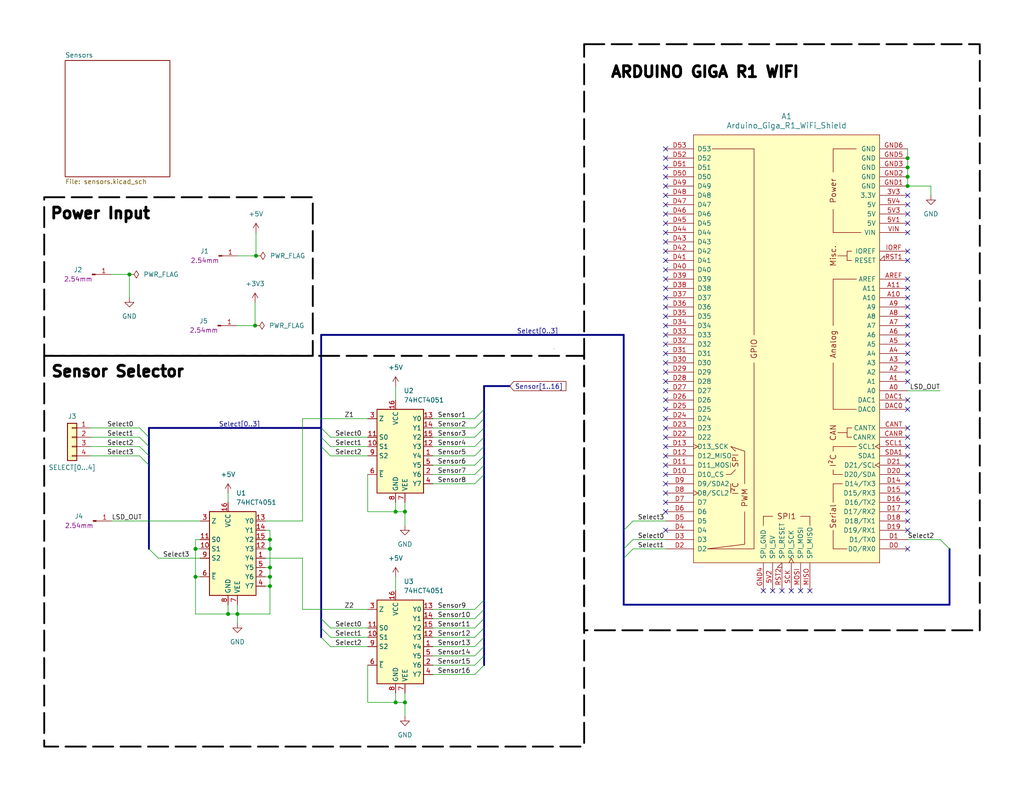
<source format=kicad_sch>
(kicad_sch (version 20230121) (generator eeschema)

  (uuid 37a71345-bccb-4916-ae16-91b47f155daa)

  (paper "USLetter")

  (title_block
    (title "Light Sensing Device")
    (date "2024-06-06")
    (rev "1.0.0")
    (company "Omar Orozco")
    (comment 1 "California State University, Northridge (CSUN)")
    (comment 2 "ISOC")
  )

  (lib_symbols
    (symbol "74xx:74HCT4051" (in_bom yes) (on_board yes)
      (property "Reference" "U1" (at 2.1941 15.24 0)
        (effects (font (size 1.27 1.27)) (justify left))
      )
      (property "Value" "74HCT4051" (at 2.1941 12.7 0)
        (effects (font (size 1.27 1.27)) (justify left))
      )
      (property "Footprint" "" (at 0 -10.16 0)
        (effects (font (size 1.27 1.27)) hide)
      )
      (property "Datasheet" "https://www.digikey.com/en/products/detail/texas-instruments/CD74HCT4051E/38597" (at 0 -10.16 0)
        (effects (font (size 1.27 1.27)) hide)
      )
      (property "digikey" "296-2119-5-ND" (at 1.27 0 0)
        (effects (font (size 1.27 1.27)) hide)
      )
      (property "ki_keywords" "TTL Multiplexer Demultiplexer Analog" (at 0 0 0)
        (effects (font (size 1.27 1.27)) hide)
      )
      (property "ki_description" "8-channel analog multiplexer/demultiplexer, DIP-16/SOIC-16/TSSOP-16" (at 0 0 0)
        (effects (font (size 1.27 1.27)) hide)
      )
      (property "ki_fp_filters" "DIP*W7.62mm* SOIC*3.9x9.9mm*P1.27mm* SOIC*5.3x10.2mm*P1.27mm* TSSOP*4.4x5mm*P0.65mm*" (at 0 0 0)
        (effects (font (size 1.27 1.27)) hide)
      )
      (symbol "74HCT4051_0_1"
        (rectangle (start -5.08 10.16) (end 7.62 -12.7)
          (stroke (width 0.254) (type default))
          (fill (type background))
        )
      )
      (symbol "74HCT4051_1_1"
        (pin passive line (at 10.16 -2.54 180) (length 2.54)
          (name "Y4" (effects (font (size 1.27 1.27))))
          (number "1" (effects (font (size 1.27 1.27))))
        )
        (pin input line (at -7.62 0 0) (length 2.54)
          (name "S1" (effects (font (size 1.27 1.27))))
          (number "10" (effects (font (size 1.27 1.27))))
        )
        (pin input line (at -7.62 2.54 0) (length 2.54)
          (name "S0" (effects (font (size 1.27 1.27))))
          (number "11" (effects (font (size 1.27 1.27))))
        )
        (pin passive line (at 10.16 0 180) (length 2.54)
          (name "Y3" (effects (font (size 1.27 1.27))))
          (number "12" (effects (font (size 1.27 1.27))))
        )
        (pin passive line (at 10.16 7.62 180) (length 2.54)
          (name "Y0" (effects (font (size 1.27 1.27))))
          (number "13" (effects (font (size 1.27 1.27))))
        )
        (pin passive line (at 10.16 5.08 180) (length 2.54)
          (name "Y1" (effects (font (size 1.27 1.27))))
          (number "14" (effects (font (size 1.27 1.27))))
        )
        (pin passive line (at 10.16 2.54 180) (length 2.54)
          (name "Y2" (effects (font (size 1.27 1.27))))
          (number "15" (effects (font (size 1.27 1.27))))
        )
        (pin power_in line (at 0 12.7 270) (length 2.54)
          (name "VCC" (effects (font (size 1.27 1.27))))
          (number "16" (effects (font (size 1.27 1.27))))
        )
        (pin passive line (at 10.16 -7.62 180) (length 2.54)
          (name "Y6" (effects (font (size 1.27 1.27))))
          (number "2" (effects (font (size 1.27 1.27))))
        )
        (pin passive line (at -7.62 7.62 0) (length 2.54)
          (name "Z" (effects (font (size 1.27 1.27))))
          (number "3" (effects (font (size 1.27 1.27))))
        )
        (pin passive line (at 10.16 -10.16 180) (length 2.54)
          (name "Y7" (effects (font (size 1.27 1.27))))
          (number "4" (effects (font (size 1.27 1.27))))
        )
        (pin passive line (at 10.16 -5.08 180) (length 2.54)
          (name "Y5" (effects (font (size 1.27 1.27))))
          (number "5" (effects (font (size 1.27 1.27))))
        )
        (pin input line (at -7.62 -7.62 0) (length 2.54)
          (name "~{E}" (effects (font (size 1.27 1.27))))
          (number "6" (effects (font (size 1.27 1.27))))
        )
        (pin power_in line (at 2.54 -15.24 90) (length 2.54)
          (name "VEE" (effects (font (size 1.27 1.27))))
          (number "7" (effects (font (size 1.27 1.27))))
        )
        (pin power_in line (at 0 -15.24 90) (length 2.54)
          (name "GND" (effects (font (size 1.27 1.27))))
          (number "8" (effects (font (size 1.27 1.27))))
        )
        (pin input line (at -7.62 -2.54 0) (length 2.54)
          (name "S2" (effects (font (size 1.27 1.27))))
          (number "9" (effects (font (size 1.27 1.27))))
        )
      )
    )
    (symbol "Connector:Conn_01x01_Pin" (pin_names (offset 1.016) hide) (in_bom yes) (on_board yes)
      (property "Reference" "J" (at 0 2.54 0)
        (effects (font (size 1.27 1.27)))
      )
      (property "Value" "Conn_01x01_Pin" (at 0 -2.54 0)
        (effects (font (size 1.27 1.27)))
      )
      (property "Footprint" "" (at 0 0 0)
        (effects (font (size 1.27 1.27)) hide)
      )
      (property "Datasheet" "~" (at 0 0 0)
        (effects (font (size 1.27 1.27)) hide)
      )
      (property "ki_locked" "" (at 0 0 0)
        (effects (font (size 1.27 1.27)))
      )
      (property "ki_keywords" "connector" (at 0 0 0)
        (effects (font (size 1.27 1.27)) hide)
      )
      (property "ki_description" "Generic connector, single row, 01x01, script generated" (at 0 0 0)
        (effects (font (size 1.27 1.27)) hide)
      )
      (property "ki_fp_filters" "Connector*:*_1x??_*" (at 0 0 0)
        (effects (font (size 1.27 1.27)) hide)
      )
      (symbol "Conn_01x01_Pin_1_1"
        (polyline
          (pts
            (xy 1.27 0)
            (xy 0.8636 0)
          )
          (stroke (width 0.1524) (type default))
          (fill (type none))
        )
        (rectangle (start 0.8636 0.127) (end 0 -0.127)
          (stroke (width 0.1524) (type default))
          (fill (type outline))
        )
        (pin passive line (at 5.08 0 180) (length 3.81)
          (name "Pin_1" (effects (font (size 1.27 1.27))))
          (number "1" (effects (font (size 1.27 1.27))))
        )
      )
    )
    (symbol "Connector_Generic:Conn_01x04" (pin_names (offset 1.016) hide) (in_bom yes) (on_board yes)
      (property "Reference" "J" (at 0 5.08 0)
        (effects (font (size 1.27 1.27)))
      )
      (property "Value" "Conn_01x04" (at 0 -7.62 0)
        (effects (font (size 1.27 1.27)))
      )
      (property "Footprint" "" (at 0 0 0)
        (effects (font (size 1.27 1.27)) hide)
      )
      (property "Datasheet" "~" (at 0 0 0)
        (effects (font (size 1.27 1.27)) hide)
      )
      (property "ki_keywords" "connector" (at 0 0 0)
        (effects (font (size 1.27 1.27)) hide)
      )
      (property "ki_description" "Generic connector, single row, 01x04, script generated (kicad-library-utils/schlib/autogen/connector/)" (at 0 0 0)
        (effects (font (size 1.27 1.27)) hide)
      )
      (property "ki_fp_filters" "Connector*:*_1x??_*" (at 0 0 0)
        (effects (font (size 1.27 1.27)) hide)
      )
      (symbol "Conn_01x04_1_1"
        (rectangle (start -1.27 -4.953) (end 0 -5.207)
          (stroke (width 0.1524) (type default))
          (fill (type none))
        )
        (rectangle (start -1.27 -2.413) (end 0 -2.667)
          (stroke (width 0.1524) (type default))
          (fill (type none))
        )
        (rectangle (start -1.27 0.127) (end 0 -0.127)
          (stroke (width 0.1524) (type default))
          (fill (type none))
        )
        (rectangle (start -1.27 2.667) (end 0 2.413)
          (stroke (width 0.1524) (type default))
          (fill (type none))
        )
        (rectangle (start -1.27 3.81) (end 1.27 -6.35)
          (stroke (width 0.254) (type default))
          (fill (type background))
        )
        (pin passive line (at -5.08 2.54 0) (length 3.81)
          (name "Pin_1" (effects (font (size 1.27 1.27))))
          (number "1" (effects (font (size 1.27 1.27))))
        )
        (pin passive line (at -5.08 0 0) (length 3.81)
          (name "Pin_2" (effects (font (size 1.27 1.27))))
          (number "2" (effects (font (size 1.27 1.27))))
        )
        (pin passive line (at -5.08 -2.54 0) (length 3.81)
          (name "Pin_3" (effects (font (size 1.27 1.27))))
          (number "3" (effects (font (size 1.27 1.27))))
        )
        (pin passive line (at -5.08 -5.08 0) (length 3.81)
          (name "Pin_4" (effects (font (size 1.27 1.27))))
          (number "4" (effects (font (size 1.27 1.27))))
        )
      )
    )
    (symbol "PCM_arduino-library:Arduino_Giga_R1_WiFi_Shield" (pin_names (offset 1.016)) (in_bom yes) (on_board yes)
      (property "Reference" "A" (at 0 -62.23 0)
        (effects (font (size 1.524 1.524)))
      )
      (property "Value" "Arduino_Giga_R1_WiFi_Shield" (at 0 -66.04 0)
        (effects (font (size 1.524 1.524)))
      )
      (property "Footprint" "PCM_arduino-library:Arduino_Giga_R1_WiFi_Shield" (at 0 -73.66 0)
        (effects (font (size 1.524 1.524)) hide)
      )
      (property "Datasheet" "https://docs.arduino.cc/hardware/giga-r1-wifi" (at 0 -69.85 0)
        (effects (font (size 1.524 1.524)) hide)
      )
      (property "ki_keywords" "Arduino MPU Shield" (at 0 0 0)
        (effects (font (size 1.27 1.27)) hide)
      )
      (property "ki_description" "Shield for Arduino Giga R1 WiFi" (at 0 0 0)
        (effects (font (size 1.27 1.27)) hide)
      )
      (property "ki_fp_filters" "Arduino_Giga_R1_WiFi_Shield" (at 0 0 0)
        (effects (font (size 1.27 1.27)) hide)
      )
      (symbol "Arduino_Giga_R1_WiFi_Shield_0_0"
        (rectangle (start -25.4 -58.42) (end 25.4 58.42)
          (stroke (width 0) (type default))
          (fill (type background))
        )
        (rectangle (start -20.32 -31.75) (end -12.7 -31.75)
          (stroke (width 0) (type default))
          (fill (type none))
        )
        (rectangle (start -19.05 -54.61) (end -12.7 -54.61)
          (stroke (width 0) (type default))
          (fill (type none))
        )
        (rectangle (start -19.05 -19.05) (end -12.7 -19.05)
          (stroke (width 0) (type default))
          (fill (type none))
        )
        (rectangle (start -19.05 16.51) (end -12.7 16.51)
          (stroke (width 0) (type default))
          (fill (type none))
        )
        (rectangle (start -19.05 26.67) (end -12.7 26.67)
          (stroke (width 0) (type default))
          (fill (type none))
        )
        (rectangle (start -17.78 -26.67) (end -16.51 -26.67)
          (stroke (width 0) (type default))
          (fill (type none))
        )
        (rectangle (start -17.78 -24.13) (end -16.51 -24.13)
          (stroke (width 0) (type default))
          (fill (type none))
        )
        (rectangle (start -17.78 21.59) (end -16.51 21.59)
          (stroke (width 0) (type default))
          (fill (type none))
        )
        (rectangle (start -17.78 24.13) (end -16.51 24.13)
          (stroke (width 0) (type default))
          (fill (type none))
        )
        (rectangle (start -16.51 -25.4) (end -13.97 -25.4)
          (stroke (width 0) (type default))
          (fill (type none))
        )
        (rectangle (start -16.51 -24.13) (end -16.51 -26.67)
          (stroke (width 0) (type default))
          (fill (type none))
        )
        (rectangle (start -16.51 22.86) (end -13.97 22.86)
          (stroke (width 0) (type default))
          (fill (type none))
        )
        (rectangle (start -16.51 24.13) (end -16.51 21.59)
          (stroke (width 0) (type default))
          (fill (type none))
        )
        (rectangle (start -16.51 54.61) (end -12.7 54.61)
          (stroke (width 0) (type default))
          (fill (type none))
        )
        (rectangle (start -15.24 34.29) (end -12.7 34.29)
          (stroke (width 0) (type default))
          (fill (type none))
        )
        (rectangle (start -15.24 36.83) (end -12.7 36.83)
          (stroke (width 0) (type default))
          (fill (type none))
        )
        (rectangle (start -12.7 -54.61) (end -12.7 -48.26)
          (stroke (width 0) (type default))
          (fill (type none))
        )
        (rectangle (start -12.7 -31.75) (end -12.7 -38.1)
          (stroke (width 0) (type default))
          (fill (type none))
        )
        (rectangle (start -12.7 -6.35) (end -12.7 -19.05)
          (stroke (width 0) (type default))
          (fill (type none))
        )
        (rectangle (start -12.7 16.51) (end -12.7 3.81)
          (stroke (width 0) (type default))
          (fill (type none))
        )
        (rectangle (start -12.7 26.67) (end -12.7 27.94)
          (stroke (width 0) (type default))
          (fill (type none))
        )
        (rectangle (start -12.7 34.29) (end -12.7 33.02)
          (stroke (width 0) (type default))
          (fill (type none))
        )
        (rectangle (start -12.7 41.91) (end -12.7 36.83)
          (stroke (width 0) (type default))
          (fill (type none))
        )
        (rectangle (start -12.7 49.53) (end -12.7 54.61)
          (stroke (width 0) (type default))
          (fill (type none))
        )
        (rectangle (start -6.35 45.72) (end -3.81 45.72)
          (stroke (width 0) (type default))
          (fill (type none))
        )
        (rectangle (start -6.35 48.26) (end -6.35 45.72)
          (stroke (width 0) (type default))
          (fill (type none))
        )
        (polyline
          (pts
            (xy 8.89 -54.61)
            (xy 20.32 -54.61)
          )
          (stroke (width 0) (type default))
          (fill (type none))
        )
        (polyline
          (pts
            (xy 15.24 26.67)
            (xy 13.97 27.94)
          )
          (stroke (width 0) (type default))
          (fill (type none))
        )
        (polyline
          (pts
            (xy 15.24 39.37)
            (xy 15.24 36.83)
          )
          (stroke (width 0) (type default))
          (fill (type none))
        )
        (polyline
          (pts
            (xy 21.59 54.61)
            (xy 8.89 54.61)
          )
          (stroke (width 0) (type default))
          (fill (type none))
        )
        (polyline
          (pts
            (xy 11.43 44.45)
            (xy 11.43 53.34)
            (xy 21.59 54.61)
          )
          (stroke (width 0) (type default))
          (fill (type none))
        )
        (polyline
          (pts
            (xy 13.97 33.02)
            (xy 15.24 34.29)
            (xy 16.51 34.29)
          )
          (stroke (width 0) (type default))
          (fill (type none))
        )
        (polyline
          (pts
            (xy 15.24 26.67)
            (xy 11.43 27.94)
            (xy 11.43 36.83)
          )
          (stroke (width 0) (type default))
          (fill (type none))
        )
        (rectangle (start 3.81 45.72) (end 6.35 45.72)
          (stroke (width 0) (type default))
          (fill (type none))
        )
        (rectangle (start 6.35 48.26) (end 6.35 45.72)
          (stroke (width 0) (type default))
          (fill (type none))
        )
        (text "Analog" (at -12.7 -1.27 900)
          (effects (font (size 1.524 1.524)))
        )
        (text "CAN" (at -12.7 22.86 900)
          (effects (font (size 1.524 1.524)))
        )
        (text "I²C" (at -12.7 30.48 900)
          (effects (font (size 1.524 1.524)))
        )
        (text "I²C" (at 13.97 38.1 900)
          (effects (font (size 1.524 1.524)))
        )
        (text "Misc." (at -12.7 -25.4 900)
          (effects (font (size 1.524 1.524)))
        )
        (text "Power" (at -12.7 -43.18 900)
          (effects (font (size 1.524 1.524)))
        )
        (text "PWM" (at 11.43 40.64 900)
          (effects (font (size 1.524 1.524)))
        )
        (text "Serial" (at -12.7 45.72 900)
          (effects (font (size 1.524 1.524)))
        )
        (text "SPI" (at 13.97 30.48 900)
          (effects (font (size 1.524 1.524)))
        )
        (text "SPI1" (at 0 45.72 0)
          (effects (font (size 1.524 1.524)))
        )
      )
      (symbol "Arduino_Giga_R1_WiFi_Shield_1_0"
        (rectangle (start 8.89 -3.81) (end 8.89 -54.61)
          (stroke (width 0) (type default))
          (fill (type none))
        )
        (rectangle (start 8.89 54.61) (end 8.89 3.81)
          (stroke (width 0) (type default))
          (fill (type none))
        )
        (text "GPIO" (at 8.89 0 900)
          (effects (font (size 1.524 1.524)))
        )
      )
      (symbol "Arduino_Giga_R1_WiFi_Shield_1_1"
        (pin power_out line (at -33.02 -41.91 0) (length 7.62)
          (name "3.3V" (effects (font (size 1.27 1.27))))
          (number "3V3" (effects (font (size 1.27 1.27))))
        )
        (pin power_in line (at -33.02 -34.29 0) (length 7.62)
          (name "5V" (effects (font (size 1.27 1.27))))
          (number "5V1" (effects (font (size 1.27 1.27))))
        )
        (pin power_in line (at 3.81 66.04 270) (length 7.62)
          (name "SPI_5V" (effects (font (size 1.27 1.27))))
          (number "5V2" (effects (font (size 1.27 1.27))))
        )
        (pin power_in line (at -33.02 -36.83 0) (length 7.62)
          (name "5V" (effects (font (size 1.27 1.27))))
          (number "5V3" (effects (font (size 1.27 1.27))))
        )
        (pin power_in line (at -33.02 -39.37 0) (length 7.62)
          (name "5V" (effects (font (size 1.27 1.27))))
          (number "5V4" (effects (font (size 1.27 1.27))))
        )
        (pin bidirectional line (at -33.02 11.43 0) (length 7.62)
          (name "A0" (effects (font (size 1.27 1.27))))
          (number "A0" (effects (font (size 1.27 1.27))))
        )
        (pin bidirectional line (at -33.02 8.89 0) (length 7.62)
          (name "A1" (effects (font (size 1.27 1.27))))
          (number "A1" (effects (font (size 1.27 1.27))))
        )
        (pin input line (at -33.02 -13.97 0) (length 7.62)
          (name "A10" (effects (font (size 1.27 1.27))))
          (number "A10" (effects (font (size 1.27 1.27))))
        )
        (pin input line (at -33.02 -16.51 0) (length 7.62)
          (name "A11" (effects (font (size 1.27 1.27))))
          (number "A11" (effects (font (size 1.27 1.27))))
        )
        (pin bidirectional line (at -33.02 6.35 0) (length 7.62)
          (name "A2" (effects (font (size 1.27 1.27))))
          (number "A2" (effects (font (size 1.27 1.27))))
        )
        (pin bidirectional line (at -33.02 3.81 0) (length 7.62)
          (name "A3" (effects (font (size 1.27 1.27))))
          (number "A3" (effects (font (size 1.27 1.27))))
        )
        (pin bidirectional line (at -33.02 1.27 0) (length 7.62)
          (name "A4" (effects (font (size 1.27 1.27))))
          (number "A4" (effects (font (size 1.27 1.27))))
        )
        (pin bidirectional line (at -33.02 -1.27 0) (length 7.62)
          (name "A5" (effects (font (size 1.27 1.27))))
          (number "A5" (effects (font (size 1.27 1.27))))
        )
        (pin bidirectional line (at -33.02 -3.81 0) (length 7.62)
          (name "A6" (effects (font (size 1.27 1.27))))
          (number "A6" (effects (font (size 1.27 1.27))))
        )
        (pin bidirectional line (at -33.02 -6.35 0) (length 7.62)
          (name "A7" (effects (font (size 1.27 1.27))))
          (number "A7" (effects (font (size 1.27 1.27))))
        )
        (pin input line (at -33.02 -8.89 0) (length 7.62)
          (name "A8" (effects (font (size 1.27 1.27))))
          (number "A8" (effects (font (size 1.27 1.27))))
        )
        (pin input line (at -33.02 -11.43 0) (length 7.62)
          (name "A9" (effects (font (size 1.27 1.27))))
          (number "A9" (effects (font (size 1.27 1.27))))
        )
        (pin input line (at -33.02 -19.05 0) (length 7.62)
          (name "AREF" (effects (font (size 1.27 1.27))))
          (number "AREF" (effects (font (size 1.27 1.27))))
        )
        (pin bidirectional line (at -33.02 24.13 0) (length 7.62)
          (name "CANRX" (effects (font (size 1.27 1.27))))
          (number "CANR" (effects (font (size 1.27 1.27))))
        )
        (pin bidirectional line (at -33.02 21.59 0) (length 7.62)
          (name "CANTX" (effects (font (size 1.27 1.27))))
          (number "CANT" (effects (font (size 1.27 1.27))))
        )
        (pin bidirectional line (at -33.02 54.61 0) (length 7.62)
          (name "D0/RX0" (effects (font (size 1.27 1.27))))
          (number "D0" (effects (font (size 1.27 1.27))))
        )
        (pin bidirectional line (at -33.02 52.07 0) (length 7.62)
          (name "D1/TX0" (effects (font (size 1.27 1.27))))
          (number "D1" (effects (font (size 1.27 1.27))))
        )
        (pin bidirectional line (at 33.02 34.29 180) (length 7.62)
          (name "D10_CS" (effects (font (size 1.27 1.27))))
          (number "D10" (effects (font (size 1.27 1.27))))
        )
        (pin bidirectional line (at 33.02 31.75 180) (length 7.62)
          (name "D11_MOSI" (effects (font (size 1.27 1.27))))
          (number "D11" (effects (font (size 1.27 1.27))))
        )
        (pin bidirectional line (at 33.02 29.21 180) (length 7.62)
          (name "D12_MISO" (effects (font (size 1.27 1.27))))
          (number "D12" (effects (font (size 1.27 1.27))))
        )
        (pin bidirectional clock (at 33.02 26.67 180) (length 7.62)
          (name "D13_SCK" (effects (font (size 1.27 1.27))))
          (number "D13" (effects (font (size 1.27 1.27))))
        )
        (pin bidirectional line (at -33.02 36.83 0) (length 7.62)
          (name "D14/TX3" (effects (font (size 1.27 1.27))))
          (number "D14" (effects (font (size 1.27 1.27))))
        )
        (pin bidirectional line (at -33.02 39.37 0) (length 7.62)
          (name "D15/RX3" (effects (font (size 1.27 1.27))))
          (number "D15" (effects (font (size 1.27 1.27))))
        )
        (pin bidirectional line (at -33.02 41.91 0) (length 7.62)
          (name "D16/TX2" (effects (font (size 1.27 1.27))))
          (number "D16" (effects (font (size 1.27 1.27))))
        )
        (pin bidirectional line (at -33.02 44.45 0) (length 7.62)
          (name "D17/RX2" (effects (font (size 1.27 1.27))))
          (number "D17" (effects (font (size 1.27 1.27))))
        )
        (pin bidirectional line (at -33.02 46.99 0) (length 7.62)
          (name "D18/TX1" (effects (font (size 1.27 1.27))))
          (number "D18" (effects (font (size 1.27 1.27))))
        )
        (pin bidirectional line (at -33.02 49.53 0) (length 7.62)
          (name "D19/RX1" (effects (font (size 1.27 1.27))))
          (number "D19" (effects (font (size 1.27 1.27))))
        )
        (pin bidirectional line (at 33.02 54.61 180) (length 7.62)
          (name "D2" (effects (font (size 1.27 1.27))))
          (number "D2" (effects (font (size 1.27 1.27))))
        )
        (pin bidirectional line (at -33.02 34.29 0) (length 7.62)
          (name "D20/SDA" (effects (font (size 1.27 1.27))))
          (number "D20" (effects (font (size 1.27 1.27))))
        )
        (pin bidirectional clock (at -33.02 31.75 0) (length 7.62)
          (name "D21/SCL" (effects (font (size 1.27 1.27))))
          (number "D21" (effects (font (size 1.27 1.27))))
        )
        (pin bidirectional line (at 33.02 24.13 180) (length 7.62)
          (name "D22" (effects (font (size 1.27 1.27))))
          (number "D22" (effects (font (size 1.27 1.27))))
        )
        (pin bidirectional line (at 33.02 21.59 180) (length 7.62)
          (name "D23" (effects (font (size 1.27 1.27))))
          (number "D23" (effects (font (size 1.27 1.27))))
        )
        (pin bidirectional line (at 33.02 19.05 180) (length 7.62)
          (name "D24" (effects (font (size 1.27 1.27))))
          (number "D24" (effects (font (size 1.27 1.27))))
        )
        (pin bidirectional line (at 33.02 16.51 180) (length 7.62)
          (name "D25" (effects (font (size 1.27 1.27))))
          (number "D25" (effects (font (size 1.27 1.27))))
        )
        (pin bidirectional line (at 33.02 13.97 180) (length 7.62)
          (name "D26" (effects (font (size 1.27 1.27))))
          (number "D26" (effects (font (size 1.27 1.27))))
        )
        (pin bidirectional line (at 33.02 11.43 180) (length 7.62)
          (name "D27" (effects (font (size 1.27 1.27))))
          (number "D27" (effects (font (size 1.27 1.27))))
        )
        (pin bidirectional line (at 33.02 8.89 180) (length 7.62)
          (name "D28" (effects (font (size 1.27 1.27))))
          (number "D28" (effects (font (size 1.27 1.27))))
        )
        (pin bidirectional line (at 33.02 6.35 180) (length 7.62)
          (name "D29" (effects (font (size 1.27 1.27))))
          (number "D29" (effects (font (size 1.27 1.27))))
        )
        (pin bidirectional line (at 33.02 52.07 180) (length 7.62)
          (name "D3" (effects (font (size 1.27 1.27))))
          (number "D3" (effects (font (size 1.27 1.27))))
        )
        (pin bidirectional line (at 33.02 3.81 180) (length 7.62)
          (name "D30" (effects (font (size 1.27 1.27))))
          (number "D30" (effects (font (size 1.27 1.27))))
        )
        (pin bidirectional line (at 33.02 1.27 180) (length 7.62)
          (name "D31" (effects (font (size 1.27 1.27))))
          (number "D31" (effects (font (size 1.27 1.27))))
        )
        (pin bidirectional line (at 33.02 -1.27 180) (length 7.62)
          (name "D32" (effects (font (size 1.27 1.27))))
          (number "D32" (effects (font (size 1.27 1.27))))
        )
        (pin bidirectional line (at 33.02 -3.81 180) (length 7.62)
          (name "D33" (effects (font (size 1.27 1.27))))
          (number "D33" (effects (font (size 1.27 1.27))))
        )
        (pin bidirectional line (at 33.02 -6.35 180) (length 7.62)
          (name "D34" (effects (font (size 1.27 1.27))))
          (number "D34" (effects (font (size 1.27 1.27))))
        )
        (pin bidirectional line (at 33.02 -8.89 180) (length 7.62)
          (name "D35" (effects (font (size 1.27 1.27))))
          (number "D35" (effects (font (size 1.27 1.27))))
        )
        (pin bidirectional line (at 33.02 -11.43 180) (length 7.62)
          (name "D36" (effects (font (size 1.27 1.27))))
          (number "D36" (effects (font (size 1.27 1.27))))
        )
        (pin bidirectional line (at 33.02 -13.97 180) (length 7.62)
          (name "D37" (effects (font (size 1.27 1.27))))
          (number "D37" (effects (font (size 1.27 1.27))))
        )
        (pin bidirectional line (at 33.02 -16.51 180) (length 7.62)
          (name "D38" (effects (font (size 1.27 1.27))))
          (number "D38" (effects (font (size 1.27 1.27))))
        )
        (pin bidirectional line (at 33.02 -19.05 180) (length 7.62)
          (name "D39" (effects (font (size 1.27 1.27))))
          (number "D39" (effects (font (size 1.27 1.27))))
        )
        (pin bidirectional line (at 33.02 49.53 180) (length 7.62)
          (name "D4" (effects (font (size 1.27 1.27))))
          (number "D4" (effects (font (size 1.27 1.27))))
        )
        (pin bidirectional line (at 33.02 -21.59 180) (length 7.62)
          (name "D40" (effects (font (size 1.27 1.27))))
          (number "D40" (effects (font (size 1.27 1.27))))
        )
        (pin bidirectional line (at 33.02 -24.13 180) (length 7.62)
          (name "D41" (effects (font (size 1.27 1.27))))
          (number "D41" (effects (font (size 1.27 1.27))))
        )
        (pin bidirectional line (at 33.02 -26.67 180) (length 7.62)
          (name "D42" (effects (font (size 1.27 1.27))))
          (number "D42" (effects (font (size 1.27 1.27))))
        )
        (pin bidirectional line (at 33.02 -29.21 180) (length 7.62)
          (name "D43" (effects (font (size 1.27 1.27))))
          (number "D43" (effects (font (size 1.27 1.27))))
        )
        (pin bidirectional line (at 33.02 -31.75 180) (length 7.62)
          (name "D44" (effects (font (size 1.27 1.27))))
          (number "D44" (effects (font (size 1.27 1.27))))
        )
        (pin bidirectional line (at 33.02 -34.29 180) (length 7.62)
          (name "D45" (effects (font (size 1.27 1.27))))
          (number "D45" (effects (font (size 1.27 1.27))))
        )
        (pin bidirectional line (at 33.02 -36.83 180) (length 7.62)
          (name "D46" (effects (font (size 1.27 1.27))))
          (number "D46" (effects (font (size 1.27 1.27))))
        )
        (pin bidirectional line (at 33.02 -39.37 180) (length 7.62)
          (name "D47" (effects (font (size 1.27 1.27))))
          (number "D47" (effects (font (size 1.27 1.27))))
        )
        (pin bidirectional line (at 33.02 -41.91 180) (length 7.62)
          (name "D48" (effects (font (size 1.27 1.27))))
          (number "D48" (effects (font (size 1.27 1.27))))
        )
        (pin bidirectional line (at 33.02 -44.45 180) (length 7.62)
          (name "D49" (effects (font (size 1.27 1.27))))
          (number "D49" (effects (font (size 1.27 1.27))))
        )
        (pin bidirectional line (at 33.02 46.99 180) (length 7.62)
          (name "D5" (effects (font (size 1.27 1.27))))
          (number "D5" (effects (font (size 1.27 1.27))))
        )
        (pin bidirectional line (at 33.02 -46.99 180) (length 7.62)
          (name "D50" (effects (font (size 1.27 1.27))))
          (number "D50" (effects (font (size 1.27 1.27))))
        )
        (pin bidirectional line (at 33.02 -49.53 180) (length 7.62)
          (name "D51" (effects (font (size 1.27 1.27))))
          (number "D51" (effects (font (size 1.27 1.27))))
        )
        (pin bidirectional line (at 33.02 -52.07 180) (length 7.62)
          (name "D52" (effects (font (size 1.27 1.27))))
          (number "D52" (effects (font (size 1.27 1.27))))
        )
        (pin bidirectional line (at 33.02 -54.61 180) (length 7.62)
          (name "D53" (effects (font (size 1.27 1.27))))
          (number "D53" (effects (font (size 1.27 1.27))))
        )
        (pin bidirectional line (at 33.02 44.45 180) (length 7.62)
          (name "D6" (effects (font (size 1.27 1.27))))
          (number "D6" (effects (font (size 1.27 1.27))))
        )
        (pin bidirectional line (at 33.02 41.91 180) (length 7.62)
          (name "D7" (effects (font (size 1.27 1.27))))
          (number "D7" (effects (font (size 1.27 1.27))))
        )
        (pin bidirectional clock (at 33.02 39.37 180) (length 7.62)
          (name "D8/SCL2" (effects (font (size 1.27 1.27))))
          (number "D8" (effects (font (size 1.27 1.27))))
        )
        (pin bidirectional line (at 33.02 36.83 180) (length 7.62)
          (name "D9/SDA2" (effects (font (size 1.27 1.27))))
          (number "D9" (effects (font (size 1.27 1.27))))
        )
        (pin bidirectional line (at -33.02 16.51 0) (length 7.62)
          (name "DAC0" (effects (font (size 1.27 1.27))))
          (number "DAC0" (effects (font (size 1.27 1.27))))
        )
        (pin bidirectional line (at -33.02 13.97 0) (length 7.62)
          (name "DAC1" (effects (font (size 1.27 1.27))))
          (number "DAC1" (effects (font (size 1.27 1.27))))
        )
        (pin power_in line (at -33.02 -44.45 0) (length 7.62)
          (name "GND" (effects (font (size 1.27 1.27))))
          (number "GND1" (effects (font (size 1.27 1.27))))
        )
        (pin power_in line (at -33.02 -46.99 0) (length 7.62)
          (name "GND" (effects (font (size 1.27 1.27))))
          (number "GND2" (effects (font (size 1.27 1.27))))
        )
        (pin power_in line (at -33.02 -49.53 0) (length 7.62)
          (name "GND" (effects (font (size 1.27 1.27))))
          (number "GND3" (effects (font (size 1.27 1.27))))
        )
        (pin power_in line (at 6.35 66.04 270) (length 7.62)
          (name "SPI_GND" (effects (font (size 1.27 1.27))))
          (number "GND4" (effects (font (size 1.27 1.27))))
        )
        (pin power_in line (at -33.02 -52.07 0) (length 7.62)
          (name "GND" (effects (font (size 1.27 1.27))))
          (number "GND5" (effects (font (size 1.27 1.27))))
        )
        (pin power_in line (at -33.02 -54.61 0) (length 7.62)
          (name "GND" (effects (font (size 1.27 1.27))))
          (number "GND6" (effects (font (size 1.27 1.27))))
        )
        (pin output line (at -33.02 -26.67 0) (length 7.62)
          (name "IOREF" (effects (font (size 1.27 1.27))))
          (number "IORF" (effects (font (size 1.27 1.27))))
        )
        (pin input line (at -6.35 66.04 270) (length 7.62)
          (name "SPI_MISO" (effects (font (size 1.27 1.27))))
          (number "MISO" (effects (font (size 1.27 1.27))))
        )
        (pin output line (at -3.81 66.04 270) (length 7.62)
          (name "SPI_MOSI" (effects (font (size 1.27 1.27))))
          (number "MOSI" (effects (font (size 1.27 1.27))))
        )
        (pin open_collector input_low (at -33.02 -24.13 0) (length 7.62)
          (name "RESET" (effects (font (size 1.27 1.27))))
          (number "RST1" (effects (font (size 1.27 1.27))))
        )
        (pin open_collector input_low (at 1.27 66.04 270) (length 7.62)
          (name "SPI_RESET" (effects (font (size 1.27 1.27))))
          (number "RST2" (effects (font (size 1.27 1.27))))
        )
        (pin output clock (at -1.27 66.04 270) (length 7.62)
          (name "SPI_SCK" (effects (font (size 1.27 1.27))))
          (number "SCK" (effects (font (size 1.27 1.27))))
        )
        (pin bidirectional clock (at -33.02 26.67 0) (length 7.62)
          (name "SCL1" (effects (font (size 1.27 1.27))))
          (number "SCL1" (effects (font (size 1.27 1.27))))
        )
        (pin bidirectional line (at -33.02 29.21 0) (length 7.62)
          (name "SDA1" (effects (font (size 1.27 1.27))))
          (number "SDA1" (effects (font (size 1.27 1.27))))
        )
        (pin power_in line (at -33.02 -31.75 0) (length 7.62)
          (name "VIN" (effects (font (size 1.27 1.27))))
          (number "VIN" (effects (font (size 1.27 1.27))))
        )
      )
    )
    (symbol "power:+3V3" (power) (pin_names (offset 0)) (in_bom yes) (on_board yes)
      (property "Reference" "#PWR" (at 0 -3.81 0)
        (effects (font (size 1.27 1.27)) hide)
      )
      (property "Value" "+3V3" (at 0 3.556 0)
        (effects (font (size 1.27 1.27)))
      )
      (property "Footprint" "" (at 0 0 0)
        (effects (font (size 1.27 1.27)) hide)
      )
      (property "Datasheet" "" (at 0 0 0)
        (effects (font (size 1.27 1.27)) hide)
      )
      (property "ki_keywords" "global power" (at 0 0 0)
        (effects (font (size 1.27 1.27)) hide)
      )
      (property "ki_description" "Power symbol creates a global label with name \"+3V3\"" (at 0 0 0)
        (effects (font (size 1.27 1.27)) hide)
      )
      (symbol "+3V3_0_1"
        (polyline
          (pts
            (xy -0.762 1.27)
            (xy 0 2.54)
          )
          (stroke (width 0) (type default))
          (fill (type none))
        )
        (polyline
          (pts
            (xy 0 0)
            (xy 0 2.54)
          )
          (stroke (width 0) (type default))
          (fill (type none))
        )
        (polyline
          (pts
            (xy 0 2.54)
            (xy 0.762 1.27)
          )
          (stroke (width 0) (type default))
          (fill (type none))
        )
      )
      (symbol "+3V3_1_1"
        (pin power_in line (at 0 0 90) (length 0) hide
          (name "+3V3" (effects (font (size 1.27 1.27))))
          (number "1" (effects (font (size 1.27 1.27))))
        )
      )
    )
    (symbol "power:+5V" (power) (pin_names (offset 0)) (in_bom yes) (on_board yes)
      (property "Reference" "#PWR" (at 0 -3.81 0)
        (effects (font (size 1.27 1.27)) hide)
      )
      (property "Value" "+5V" (at 0 3.556 0)
        (effects (font (size 1.27 1.27)))
      )
      (property "Footprint" "" (at 0 0 0)
        (effects (font (size 1.27 1.27)) hide)
      )
      (property "Datasheet" "" (at 0 0 0)
        (effects (font (size 1.27 1.27)) hide)
      )
      (property "ki_keywords" "global power" (at 0 0 0)
        (effects (font (size 1.27 1.27)) hide)
      )
      (property "ki_description" "Power symbol creates a global label with name \"+5V\"" (at 0 0 0)
        (effects (font (size 1.27 1.27)) hide)
      )
      (symbol "+5V_0_1"
        (polyline
          (pts
            (xy -0.762 1.27)
            (xy 0 2.54)
          )
          (stroke (width 0) (type default))
          (fill (type none))
        )
        (polyline
          (pts
            (xy 0 0)
            (xy 0 2.54)
          )
          (stroke (width 0) (type default))
          (fill (type none))
        )
        (polyline
          (pts
            (xy 0 2.54)
            (xy 0.762 1.27)
          )
          (stroke (width 0) (type default))
          (fill (type none))
        )
      )
      (symbol "+5V_1_1"
        (pin power_in line (at 0 0 90) (length 0) hide
          (name "+5V" (effects (font (size 1.27 1.27))))
          (number "1" (effects (font (size 1.27 1.27))))
        )
      )
    )
    (symbol "power:GND" (power) (pin_names (offset 0)) (in_bom yes) (on_board yes)
      (property "Reference" "#PWR" (at 0 -6.35 0)
        (effects (font (size 1.27 1.27)) hide)
      )
      (property "Value" "GND" (at 0 -3.81 0)
        (effects (font (size 1.27 1.27)))
      )
      (property "Footprint" "" (at 0 0 0)
        (effects (font (size 1.27 1.27)) hide)
      )
      (property "Datasheet" "" (at 0 0 0)
        (effects (font (size 1.27 1.27)) hide)
      )
      (property "ki_keywords" "global power" (at 0 0 0)
        (effects (font (size 1.27 1.27)) hide)
      )
      (property "ki_description" "Power symbol creates a global label with name \"GND\" , ground" (at 0 0 0)
        (effects (font (size 1.27 1.27)) hide)
      )
      (symbol "GND_0_1"
        (polyline
          (pts
            (xy 0 0)
            (xy 0 -1.27)
            (xy 1.27 -1.27)
            (xy 0 -2.54)
            (xy -1.27 -1.27)
            (xy 0 -1.27)
          )
          (stroke (width 0) (type default))
          (fill (type none))
        )
      )
      (symbol "GND_1_1"
        (pin power_in line (at 0 0 270) (length 0) hide
          (name "GND" (effects (font (size 1.27 1.27))))
          (number "1" (effects (font (size 1.27 1.27))))
        )
      )
    )
    (symbol "power:PWR_FLAG" (power) (pin_numbers hide) (pin_names (offset 0) hide) (in_bom yes) (on_board yes)
      (property "Reference" "#FLG" (at 0 1.905 0)
        (effects (font (size 1.27 1.27)) hide)
      )
      (property "Value" "PWR_FLAG" (at 0 3.81 0)
        (effects (font (size 1.27 1.27)))
      )
      (property "Footprint" "" (at 0 0 0)
        (effects (font (size 1.27 1.27)) hide)
      )
      (property "Datasheet" "~" (at 0 0 0)
        (effects (font (size 1.27 1.27)) hide)
      )
      (property "ki_keywords" "flag power" (at 0 0 0)
        (effects (font (size 1.27 1.27)) hide)
      )
      (property "ki_description" "Special symbol for telling ERC where power comes from" (at 0 0 0)
        (effects (font (size 1.27 1.27)) hide)
      )
      (symbol "PWR_FLAG_0_0"
        (pin power_out line (at 0 0 90) (length 0)
          (name "pwr" (effects (font (size 1.27 1.27))))
          (number "1" (effects (font (size 1.27 1.27))))
        )
      )
      (symbol "PWR_FLAG_0_1"
        (polyline
          (pts
            (xy 0 0)
            (xy 0 1.27)
            (xy -1.016 1.905)
            (xy 0 2.54)
            (xy 1.016 1.905)
            (xy 0 1.27)
          )
          (stroke (width 0) (type default))
          (fill (type none))
        )
      )
    )
  )

  (junction (at 73.66 157.48) (diameter 0) (color 0 0 0 0)
    (uuid 119f811d-b4a5-41e3-ab3d-03ba87e3731a)
  )
  (junction (at 247.65 50.8) (diameter 0) (color 0 0 0 0)
    (uuid 1b6c8c37-e94b-41b6-b4a1-89c2ee9a5cf1)
  )
  (junction (at 107.95 191.77) (diameter 0) (color 0 0 0 0)
    (uuid 22996c14-3d8a-490b-98c5-bd3e54d2c822)
  )
  (junction (at 64.77 167.64) (diameter 0) (color 0 0 0 0)
    (uuid 2428b7bf-13e9-434e-9b16-a073ae80b9b5)
  )
  (junction (at 247.65 43.18) (diameter 0) (color 0 0 0 0)
    (uuid 348ff107-6f53-48be-8b85-50543a7d1e1f)
  )
  (junction (at 73.66 154.94) (diameter 0) (color 0 0 0 0)
    (uuid 39257acd-900c-4f36-88a3-5eaff0a0b198)
  )
  (junction (at 69.85 69.85) (diameter 0) (color 0 0 0 0)
    (uuid 3a510fd1-6583-4171-8ca1-975f25cf8c75)
  )
  (junction (at 247.65 45.72) (diameter 0) (color 0 0 0 0)
    (uuid 4d545eb0-cb84-499c-be05-064873249555)
  )
  (junction (at 247.65 48.26) (diameter 0) (color 0 0 0 0)
    (uuid 5fdb0f56-1672-44da-8e7d-d21a59823d3f)
  )
  (junction (at 73.66 147.32) (diameter 0) (color 0 0 0 0)
    (uuid 63e5b81b-ca3c-464d-9773-e5fbe170ac9b)
  )
  (junction (at 110.49 139.7) (diameter 0) (color 0 0 0 0)
    (uuid 64371cc1-ea44-4211-9087-48811954b743)
  )
  (junction (at 73.66 160.02) (diameter 0) (color 0 0 0 0)
    (uuid 83488ecd-6e2f-4769-b972-d711814c1c3b)
  )
  (junction (at 73.66 149.86) (diameter 0) (color 0 0 0 0)
    (uuid 85ead6d6-da26-462d-91da-d6ef4cd507ad)
  )
  (junction (at 53.34 157.48) (diameter 0) (color 0 0 0 0)
    (uuid 8f33aeff-215a-431c-b8a5-831120b51998)
  )
  (junction (at 110.49 191.77) (diameter 0) (color 0 0 0 0)
    (uuid 9fad9687-8805-4969-ab1b-29244888a4ee)
  )
  (junction (at 53.34 149.86) (diameter 0) (color 0 0 0 0)
    (uuid ce819238-6696-4664-b59c-19dfea7f7d2f)
  )
  (junction (at 35.306 74.93) (diameter 0) (color 0 0 0 0)
    (uuid d8943297-31c6-4377-933e-a62f5055aadd)
  )
  (junction (at 107.95 139.7) (diameter 0) (color 0 0 0 0)
    (uuid dbeb7a90-90d4-4156-b6d8-780ff1550f81)
  )
  (junction (at 69.596 88.9) (diameter 0) (color 0 0 0 0)
    (uuid f0d6c9d6-08ee-427c-825f-fe8a931f9e42)
  )
  (junction (at 62.23 167.64) (diameter 0) (color 0 0 0 0)
    (uuid f42cdf48-c4af-4267-b437-c3dedd1ea75d)
  )

  (no_connect (at 181.61 68.58) (uuid 037eec46-9876-4765-99f0-8c91bcaec310))
  (no_connect (at 181.61 99.06) (uuid 038c90e2-94ac-4498-9779-8003681d0645))
  (no_connect (at 215.9 161.29) (uuid 061a524b-31f6-41a3-885f-791ad6daa222))
  (no_connect (at 181.61 76.2) (uuid 0ad1a44b-f04c-4a34-8cc2-cc89cccbce12))
  (no_connect (at 181.61 144.78) (uuid 12d147b5-7974-41dc-8623-dd80808cd043))
  (no_connect (at 181.61 132.08) (uuid 15bc3367-7f51-414f-a5fe-5f521b306deb))
  (no_connect (at 247.65 124.46) (uuid 16d5ba14-b54a-411d-9680-8db6a1d3ee0e))
  (no_connect (at 247.65 93.98) (uuid 1780bad2-294d-4d63-b3c6-c8cab95a7426))
  (no_connect (at 181.61 83.82) (uuid 18b94f48-3798-4492-a43f-a3a4ac4f530d))
  (no_connect (at 181.61 106.68) (uuid 1e76b2a0-8607-4e45-9439-1e3ed17bbd03))
  (no_connect (at 181.61 114.3) (uuid 1eed174f-faf8-47f1-8fb8-9f28532b0435))
  (no_connect (at 247.65 127) (uuid 1f7598fd-a2ea-400c-941b-fbcd4dca386f))
  (no_connect (at 181.61 81.28) (uuid 1f85ca95-6427-4e6c-819a-ea0c94cae630))
  (no_connect (at 247.65 68.58) (uuid 210b4dbc-a2da-495f-b8a7-90a2d4e7a37e))
  (no_connect (at 181.61 134.62) (uuid 2372d3af-61e6-4476-99e2-aba167717a8d))
  (no_connect (at 247.65 55.88) (uuid 259dedf6-27f7-4cf8-9214-7c4380e12dfc))
  (no_connect (at 247.65 101.6) (uuid 2613b9ee-405f-4cb2-bdd3-aa4272fb71de))
  (no_connect (at 247.65 99.06) (uuid 2670e7e6-5c24-4440-9aae-6dc9e5eeb369))
  (no_connect (at 247.65 71.12) (uuid 26a48239-e803-47cf-a4f0-8cfe367b1629))
  (no_connect (at 181.61 121.92) (uuid 2c714792-7c72-4708-b2db-f38ba9b097e9))
  (no_connect (at 247.65 91.44) (uuid 2f601fef-632e-4e9d-a854-6b91cb9f68b6))
  (no_connect (at 247.65 58.42) (uuid 30b1839b-9fe1-4999-87d5-7f4b9b88c916))
  (no_connect (at 181.61 127) (uuid 30b63fc0-63b8-4952-9bd2-23d752ca3428))
  (no_connect (at 247.65 78.74) (uuid 325b938e-d763-4f7e-bacb-95e4bf32fc29))
  (no_connect (at 181.61 45.72) (uuid 33e45ab0-2fb5-47a9-97c9-8eb4ac43a2f4))
  (no_connect (at 181.61 73.66) (uuid 3417d1e9-7a01-4672-ae0b-fa94b24b5ff8))
  (no_connect (at 181.61 63.5) (uuid 366faff3-3dfc-4478-8c30-742a5abc9c2d))
  (no_connect (at 181.61 109.22) (uuid 3c30a7d0-e578-40df-ba60-4588ed548845))
  (no_connect (at 181.61 78.74) (uuid 3c865bfb-fc94-4890-bd88-3eb5fa79e956))
  (no_connect (at 181.61 50.8) (uuid 3d2fb601-02b5-4948-b405-b96e5b99531c))
  (no_connect (at 210.82 161.29) (uuid 42ebd982-7415-4794-9216-688186fd20a2))
  (no_connect (at 181.61 58.42) (uuid 4a2cc692-1a9b-454f-97f0-492c57143362))
  (no_connect (at 247.65 116.84) (uuid 4e87d105-dd74-4102-8b9a-01bb946ce921))
  (no_connect (at 181.61 139.7) (uuid 5083ce3f-dccb-4b84-8d4d-5b5393ba8c9b))
  (no_connect (at 181.61 53.34) (uuid 54e7e4a1-28d1-4420-8dfe-49a3ba8b506c))
  (no_connect (at 213.36 161.29) (uuid 56e22656-04ee-4250-9ac9-f5edbfd7b1b3))
  (no_connect (at 247.65 111.76) (uuid 57df8cf7-1906-471b-80f0-b2feb208cee9))
  (no_connect (at 247.65 129.54) (uuid 5b81d9ae-d4ff-4e12-80f9-856f1cb52dd1))
  (no_connect (at 247.65 139.7) (uuid 62a2a88a-a014-422a-89d7-8219fd95fc62))
  (no_connect (at 181.61 88.9) (uuid 634a82ef-4d14-4eae-8f6c-b5b18980d9db))
  (no_connect (at 181.61 93.98) (uuid 63c5fcc4-2c86-46db-bd24-399cfab7dfb3))
  (no_connect (at 181.61 71.12) (uuid 63e8599a-799c-4297-b984-1f05876f0cb1))
  (no_connect (at 181.61 60.96) (uuid 6ca37ad3-494a-4c15-b760-63aef52c8e97))
  (no_connect (at 181.61 91.44) (uuid 6dc6d5e1-6e24-4ba4-852d-dab50f78a04e))
  (no_connect (at 181.61 66.04) (uuid 6e06ca5e-d11a-4caf-bbd9-fdbbb30a6c9e))
  (no_connect (at 247.65 121.92) (uuid 6f2ef0ea-6c98-4bc6-834d-42c86a208ef7))
  (no_connect (at 247.65 96.52) (uuid 77bd9e7d-c3f5-4025-bf96-51505138e440))
  (no_connect (at 181.61 43.18) (uuid 7bec4b1b-5dd4-4e91-ab11-7c1f122e9cab))
  (no_connect (at 247.65 104.14) (uuid 8235123d-9d70-4238-8c20-a65e4b2abab9))
  (no_connect (at 247.65 86.36) (uuid 8369502a-bf4d-4b4e-b8d2-bb9b6db8ebc9))
  (no_connect (at 247.65 60.96) (uuid 84ab7618-4d56-4141-98a2-f4a0ee6fcb35))
  (no_connect (at 181.61 137.16) (uuid 8a56efdc-fb10-43bf-a58c-bd8f2d7323ae))
  (no_connect (at 247.65 109.22) (uuid 95fbcec5-a005-470b-bd20-bbf2e84eb49e))
  (no_connect (at 247.65 119.38) (uuid 9e2a8515-66f3-46b5-8cee-5b4f27eb0f06))
  (no_connect (at 247.65 88.9) (uuid 9ecc10f7-7f8b-4828-93ba-16b8580e69c4))
  (no_connect (at 247.65 63.5) (uuid a1cc9188-be27-45ee-8552-5e38681d737c))
  (no_connect (at 181.61 119.38) (uuid a2f3d0fc-ba3a-4637-8e28-7b1efe76a8fe))
  (no_connect (at 247.65 132.08) (uuid a6d5769f-5acd-4e61-b21d-7f3be85a2849))
  (no_connect (at 247.65 81.28) (uuid acc3eac7-70f9-49bd-a42e-69f7e7508e16))
  (no_connect (at 181.61 101.6) (uuid b59a88d8-a218-402a-9ce8-71a448011ab5))
  (no_connect (at 247.65 53.34) (uuid b8de127f-c225-485a-93a2-3979b5a1e9ad))
  (no_connect (at 181.61 40.64) (uuid bab2409a-c84d-4403-bafa-a36c5f2d2dae))
  (no_connect (at 247.65 142.24) (uuid bccd1c7a-1966-45c5-83c6-95ff763499c0))
  (no_connect (at 247.65 137.16) (uuid c5100815-35d6-4ab6-a53e-c1e02c41c8bc))
  (no_connect (at 208.28 161.29) (uuid ccb93907-4c99-446a-bc5d-b7f8655b7366))
  (no_connect (at 181.61 111.76) (uuid cf03b519-b48a-4b28-a589-f0acd904c25b))
  (no_connect (at 181.61 48.26) (uuid cf85216e-5abb-4d81-8c23-412c702aeb25))
  (no_connect (at 181.61 129.54) (uuid d3541b1d-c083-420d-9ad8-f7be712ff2ea))
  (no_connect (at 247.65 144.78) (uuid de0e04e8-616d-4997-bfb5-2c0724e8e46a))
  (no_connect (at 181.61 96.52) (uuid df4c32aa-7d58-42cf-968d-ebb4f86a7faa))
  (no_connect (at 181.61 86.36) (uuid df940d6a-3c8e-4e50-b26f-f45d8bf8337e))
  (no_connect (at 247.65 76.2) (uuid e36dd7c7-d007-4abc-b870-4545f7162ae9))
  (no_connect (at 181.61 104.14) (uuid e7ddf7aa-853e-49b7-8482-a00337ce54a5))
  (no_connect (at 218.44 161.29) (uuid e8421f6c-95e1-4e1d-94ea-c8b8c234ab8b))
  (no_connect (at 247.65 134.62) (uuid eabee2c7-e22b-4f94-b6c0-fcd9c979cb4d))
  (no_connect (at 247.65 149.86) (uuid ec5e741e-99a6-4eff-9aa9-4c49239baddb))
  (no_connect (at 181.61 55.88) (uuid f36722b2-dd50-4681-9e18-c8e52bb4d84d))
  (no_connect (at 220.98 161.29) (uuid f4069819-3794-48ad-a864-2ae900c3be7a))
  (no_connect (at 181.61 116.84) (uuid f56835c0-a8ab-4cfa-b859-2da853971f31))
  (no_connect (at 181.61 124.46) (uuid f6b9bb1f-f130-4512-8c71-930f8193e2b3))
  (no_connect (at 247.65 83.82) (uuid fdf1eab1-3063-49dc-85ee-b54d48c06f19))

  (bus_entry (at 132.08 163.83) (size -2.54 2.54)
    (stroke (width 0) (type default))
    (uuid 0e32157f-32eb-4734-ae05-68cace06199b)
  )
  (bus_entry (at 170.18 144.78) (size 2.54 -2.54)
    (stroke (width 0) (type default))
    (uuid 1ec99a7d-25af-4553-80dc-2f7699f52f88)
  )
  (bus_entry (at 132.08 127) (size -2.54 2.54)
    (stroke (width 0) (type default))
    (uuid 2304ec27-17ea-40f4-bfdd-39618ef4df39)
  )
  (bus_entry (at 132.08 129.54) (size -2.54 2.54)
    (stroke (width 0) (type default))
    (uuid 43ddb03d-e23e-42d6-a496-b055ce3135a3)
  )
  (bus_entry (at 87.63 121.92) (size 2.54 2.54)
    (stroke (width 0) (type default))
    (uuid 4591d9ff-c63d-4980-8ae3-6600d7e38977)
  )
  (bus_entry (at 40.64 149.86) (size 2.54 2.54)
    (stroke (width 0) (type default))
    (uuid 4ebc2aa2-a6ed-48ae-b144-fe867ad54683)
  )
  (bus_entry (at 87.63 116.84) (size 2.54 2.54)
    (stroke (width 0) (type default))
    (uuid 54782434-82cb-42ec-8f75-ffc10338f6fc)
  )
  (bus_entry (at 132.08 124.46) (size -2.54 2.54)
    (stroke (width 0) (type default))
    (uuid 58f7d891-9238-445c-afe7-3943f1ca8ad7)
  )
  (bus_entry (at 132.08 173.99) (size -2.54 2.54)
    (stroke (width 0) (type default))
    (uuid 64fb4e14-51c0-4a3a-8f44-67bce284936c)
  )
  (bus_entry (at 38.1 116.84) (size 2.54 2.54)
    (stroke (width 0) (type default))
    (uuid 8290916a-636e-496d-a1a5-f543c317da3b)
  )
  (bus_entry (at 132.08 121.92) (size -2.54 2.54)
    (stroke (width 0) (type default))
    (uuid 82a006a8-0b3d-458d-bc92-326331baa22a)
  )
  (bus_entry (at 40.64 127) (size -2.54 -2.54)
    (stroke (width 0) (type default))
    (uuid 82c863b6-4b0d-4350-921f-dcb941e5edec)
  )
  (bus_entry (at 87.63 171.45) (size 2.54 2.54)
    (stroke (width 0) (type default))
    (uuid 85d85497-23b7-4c8a-899b-f8ce3c0e45cf)
  )
  (bus_entry (at 132.08 181.61) (size -2.54 2.54)
    (stroke (width 0) (type default))
    (uuid 85e69be2-0745-4233-9699-408f09f8fb89)
  )
  (bus_entry (at 132.08 176.53) (size -2.54 2.54)
    (stroke (width 0) (type default))
    (uuid 898f2e77-35ab-4c68-be6e-ce9264d7d6ed)
  )
  (bus_entry (at 132.08 114.3) (size -2.54 2.54)
    (stroke (width 0) (type default))
    (uuid 8d77733b-70e4-48b8-b22a-c121706e9ab6)
  )
  (bus_entry (at 40.64 121.92) (size -2.54 -2.54)
    (stroke (width 0) (type default))
    (uuid 901d2a4a-7009-4d25-835a-f1873c3ab426)
  )
  (bus_entry (at 132.08 168.91) (size -2.54 2.54)
    (stroke (width 0) (type default))
    (uuid a7bc969c-8e8b-49aa-adaa-f7d0d5dafdaa)
  )
  (bus_entry (at 132.08 116.84) (size -2.54 2.54)
    (stroke (width 0) (type default))
    (uuid b7b36480-fd7b-47f3-9d34-edd8bb393d43)
  )
  (bus_entry (at 259.08 149.86) (size -2.54 -2.54)
    (stroke (width 0) (type default))
    (uuid bd992f9f-1246-4951-8f0c-9b8bdd2d98dd)
  )
  (bus_entry (at 87.63 173.99) (size 2.54 2.54)
    (stroke (width 0) (type default))
    (uuid c0365450-3e47-4f49-aced-ec52cc75bd0e)
  )
  (bus_entry (at 170.18 152.4) (size 2.54 -2.54)
    (stroke (width 0) (type default))
    (uuid c5013bfd-e43c-44d4-bee1-a9095c34615c)
  )
  (bus_entry (at 170.18 149.86) (size 2.54 -2.54)
    (stroke (width 0) (type default))
    (uuid c5d465b6-a6d3-464c-bc9c-6f60401509da)
  )
  (bus_entry (at 132.08 111.76) (size -2.54 2.54)
    (stroke (width 0) (type default))
    (uuid d112cbae-d593-4ea0-9ca1-056577eacd2a)
  )
  (bus_entry (at 38.1 121.92) (size 2.54 2.54)
    (stroke (width 0) (type default))
    (uuid ded5f7d6-8483-4580-a57c-f3392620f32a)
  )
  (bus_entry (at 132.08 119.38) (size -2.54 2.54)
    (stroke (width 0) (type default))
    (uuid e7a6394d-08a8-4271-b11e-4a8ab61f5c2d)
  )
  (bus_entry (at 87.63 119.38) (size 2.54 2.54)
    (stroke (width 0) (type default))
    (uuid e7d3e67e-c670-46ed-900b-59b71586e731)
  )
  (bus_entry (at 132.08 166.37) (size -2.54 2.54)
    (stroke (width 0) (type default))
    (uuid e7d4040a-f21b-43eb-b584-c9b6e3248f2e)
  )
  (bus_entry (at 132.08 171.45) (size -2.54 2.54)
    (stroke (width 0) (type default))
    (uuid f06644da-844f-403d-8f1a-6cb6e81c9655)
  )
  (bus_entry (at 87.63 168.91) (size 2.54 2.54)
    (stroke (width 0) (type default))
    (uuid f9de2ac7-ff57-45e4-8669-98308302e9e8)
  )
  (bus_entry (at 132.08 179.07) (size -2.54 2.54)
    (stroke (width 0) (type default))
    (uuid fac1d197-3ebb-428c-8e3e-415b908df8d9)
  )

  (bus (pts (xy 87.63 119.38) (xy 87.63 121.92))
    (stroke (width 0.5) (type default))
    (uuid 01cf4b42-96b9-4140-9bc7-08287239c444)
  )

  (wire (pts (xy 53.34 157.48) (xy 53.34 149.86))
    (stroke (width 0) (type default))
    (uuid 0277431c-f3b3-4c0e-830c-494e149c2335)
  )
  (bus (pts (xy 87.63 91.44) (xy 170.18 91.44))
    (stroke (width 0.5) (type default))
    (uuid 04b9d557-b5b7-4d86-a696-c938144b1835)
  )

  (wire (pts (xy 64.77 167.64) (xy 64.77 170.18))
    (stroke (width 0) (type default))
    (uuid 0671c9f2-026a-43ad-aceb-062fcc59cc69)
  )
  (wire (pts (xy 53.34 149.86) (xy 54.61 149.86))
    (stroke (width 0) (type default))
    (uuid 094e7492-ace8-4f11-81a0-813b24554ea9)
  )
  (bus (pts (xy 132.08 129.54) (xy 132.08 163.83))
    (stroke (width 0.5) (type default))
    (uuid 0d0b88ae-bcbc-4e26-b309-8adbb5733df9)
  )

  (wire (pts (xy 35.306 74.93) (xy 35.306 81.28))
    (stroke (width 0) (type default))
    (uuid 0fc9a7ee-ca55-4d81-90e0-14b6964594d9)
  )
  (wire (pts (xy 73.66 157.48) (xy 72.39 157.48))
    (stroke (width 0) (type default))
    (uuid 10bb33f1-647b-4758-992d-341dd89251d9)
  )
  (wire (pts (xy 247.65 106.68) (xy 256.54 106.68))
    (stroke (width 0) (type default))
    (uuid 1391d295-940f-4bed-b977-f0fbb091aa58)
  )
  (bus (pts (xy 132.08 124.46) (xy 132.08 127))
    (stroke (width 0.5) (type default))
    (uuid 143954cd-527c-4905-b0a1-a11bafd58ec7)
  )

  (wire (pts (xy 247.65 50.8) (xy 254 50.8))
    (stroke (width 0) (type default))
    (uuid 148d8f1e-f7f5-434b-a01b-194ba8e9d187)
  )
  (bus (pts (xy 40.64 116.84) (xy 87.63 116.84))
    (stroke (width 0.5) (type default))
    (uuid 15292eda-bd27-45a0-a2a9-0348d506bc7e)
  )

  (wire (pts (xy 118.11 129.54) (xy 129.54 129.54))
    (stroke (width 0) (type default))
    (uuid 177f3e75-dd08-43a7-879d-587624ecca88)
  )
  (wire (pts (xy 247.65 45.72) (xy 247.65 48.26))
    (stroke (width 0) (type default))
    (uuid 17c22e5e-e1f5-4f7a-bff9-9c3c94102a9b)
  )
  (bus (pts (xy 132.08 171.45) (xy 132.08 173.99))
    (stroke (width 0.5) (type default))
    (uuid 18cc18fa-8d71-4f01-8f65-e0c6cb1e8ad6)
  )

  (wire (pts (xy 107.95 105.41) (xy 107.95 109.22))
    (stroke (width 0) (type default))
    (uuid 19ac7b33-c80c-4a84-b087-b9469f82c0fc)
  )
  (wire (pts (xy 62.23 165.1) (xy 62.23 167.64))
    (stroke (width 0) (type default))
    (uuid 1a737772-32e1-4406-b372-cc9b3b38318f)
  )
  (wire (pts (xy 100.33 166.37) (xy 82.55 166.37))
    (stroke (width 0) (type default))
    (uuid 1c2e803f-7cca-4849-bb3b-8ce332bd7fa3)
  )
  (wire (pts (xy 82.55 114.3) (xy 100.33 114.3))
    (stroke (width 0) (type default))
    (uuid 2075f1da-489e-42b4-9caf-12d06f9891df)
  )
  (wire (pts (xy 118.11 121.92) (xy 129.54 121.92))
    (stroke (width 0) (type default))
    (uuid 21166e12-b607-4d70-8ace-de1cb978b519)
  )
  (wire (pts (xy 172.72 147.32) (xy 181.61 147.32))
    (stroke (width 0) (type default))
    (uuid 28fe7593-48f8-4b43-856b-d8bdb6ffb058)
  )
  (wire (pts (xy 73.66 147.32) (xy 73.66 149.86))
    (stroke (width 0) (type default))
    (uuid 2aa0a89b-02f5-4112-9605-48de76ef411d)
  )
  (bus (pts (xy 40.64 116.84) (xy 40.64 119.38))
    (stroke (width 0.5) (type default))
    (uuid 2bc7e234-c88c-4062-a351-709a829f1477)
  )

  (wire (pts (xy 73.66 157.48) (xy 73.66 160.02))
    (stroke (width 0) (type default))
    (uuid 2da7cc62-cfdb-4ada-9eec-4fcab0a8650b)
  )
  (bus (pts (xy 132.08 179.07) (xy 132.08 181.61))
    (stroke (width 0.5) (type default))
    (uuid 2e381f64-ec24-44cf-b01c-d48d56a6e9ab)
  )
  (bus (pts (xy 132.08 121.92) (xy 132.08 124.46))
    (stroke (width 0.5) (type default))
    (uuid 2e84e38c-4463-4340-86c8-2ab9c8a1b024)
  )
  (bus (pts (xy 87.63 116.84) (xy 87.63 91.44))
    (stroke (width 0.5) (type default))
    (uuid 2faaf941-e339-40f9-b4b2-2279faca976a)
  )

  (wire (pts (xy 118.11 119.38) (xy 129.54 119.38))
    (stroke (width 0) (type default))
    (uuid 3059ade9-2dd3-4d2e-bebb-8edc92418a9e)
  )
  (bus (pts (xy 170.18 165.1) (xy 259.08 165.1))
    (stroke (width 0.5) (type default))
    (uuid 314cae6e-947e-44f3-b4f2-9bc6a282a48f)
  )

  (wire (pts (xy 73.66 147.32) (xy 72.39 147.32))
    (stroke (width 0) (type default))
    (uuid 31ad32ac-8187-45ad-8918-b5f3d66f031d)
  )
  (wire (pts (xy 118.11 127) (xy 129.54 127))
    (stroke (width 0) (type default))
    (uuid 3360e6ff-05de-4fb6-9cff-c23359e3f4d0)
  )
  (wire (pts (xy 69.596 88.9) (xy 64.516 88.9))
    (stroke (width 0) (type default))
    (uuid 345dfcd8-f1a4-45ca-9e42-997f5464bcd0)
  )
  (wire (pts (xy 90.17 173.99) (xy 100.33 173.99))
    (stroke (width 0) (type default))
    (uuid 36097a43-62b2-4714-8dc7-ceb605b6a5c5)
  )
  (wire (pts (xy 30.48 142.24) (xy 54.61 142.24))
    (stroke (width 0) (type default))
    (uuid 383184a7-3e0d-44e7-bd47-2277d0c02f58)
  )
  (bus (pts (xy 132.08 127) (xy 132.08 129.54))
    (stroke (width 0.5) (type default))
    (uuid 39543e56-e12a-4d81-bacd-d54f0e8251cb)
  )

  (wire (pts (xy 90.17 176.53) (xy 100.33 176.53))
    (stroke (width 0) (type default))
    (uuid 39640365-63ba-4374-9408-ee7035e46c5f)
  )
  (bus (pts (xy 170.18 144.78) (xy 170.18 149.86))
    (stroke (width 0.5) (type default))
    (uuid 3faf9176-00d4-4ef6-9670-7b4b99bb1581)
  )

  (wire (pts (xy 110.49 137.16) (xy 110.49 139.7))
    (stroke (width 0) (type default))
    (uuid 41954a7d-12a8-4bb6-8ca8-68b0809204c5)
  )
  (wire (pts (xy 73.66 144.78) (xy 73.66 147.32))
    (stroke (width 0) (type default))
    (uuid 465dda0a-72ff-462e-84e1-178be14264e7)
  )
  (wire (pts (xy 118.11 114.3) (xy 129.54 114.3))
    (stroke (width 0) (type default))
    (uuid 4804f451-1357-4d58-af44-61025e5982ab)
  )
  (wire (pts (xy 69.85 69.85) (xy 69.85 63.5))
    (stroke (width 0) (type default))
    (uuid 4a349153-25b1-477b-a6cf-43c4bd836fb5)
  )
  (wire (pts (xy 118.11 181.61) (xy 129.54 181.61))
    (stroke (width 0) (type default))
    (uuid 4baeac6d-2db1-437e-812c-6c96d1c14a58)
  )
  (wire (pts (xy 118.11 132.08) (xy 129.54 132.08))
    (stroke (width 0) (type default))
    (uuid 557a7da3-1518-468a-a508-3e7f86b36f56)
  )
  (wire (pts (xy 118.11 176.53) (xy 129.54 176.53))
    (stroke (width 0) (type default))
    (uuid 58e47d38-4a79-4094-bb20-89561868efca)
  )
  (wire (pts (xy 53.34 147.32) (xy 54.61 147.32))
    (stroke (width 0) (type default))
    (uuid 5bf37293-f376-47d7-814c-de574df67f5c)
  )
  (bus (pts (xy 40.64 119.38) (xy 40.64 121.92))
    (stroke (width 0.5) (type default))
    (uuid 5d96196a-95b5-4756-a8ee-49f7d8ad43b0)
  )

  (wire (pts (xy 107.95 191.77) (xy 107.95 189.23))
    (stroke (width 0) (type default))
    (uuid 5ead2424-2569-489f-9152-62841ada9d9c)
  )
  (wire (pts (xy 247.65 43.18) (xy 247.65 45.72))
    (stroke (width 0) (type default))
    (uuid 5ee03911-389f-4bef-b621-9e1da6885685)
  )
  (wire (pts (xy 90.17 124.46) (xy 100.33 124.46))
    (stroke (width 0) (type default))
    (uuid 62b8b004-3f03-47a3-a7eb-b310a96df5e8)
  )
  (bus (pts (xy 170.18 91.44) (xy 170.18 144.78))
    (stroke (width 0.5) (type default))
    (uuid 63fec01f-e968-4424-849a-7d20740b3885)
  )

  (wire (pts (xy 62.23 134.62) (xy 62.23 137.16))
    (stroke (width 0) (type default))
    (uuid 646feb36-acdc-4947-be36-d03794536528)
  )
  (wire (pts (xy 118.11 166.37) (xy 129.54 166.37))
    (stroke (width 0) (type default))
    (uuid 64ca9209-bfcf-407f-b731-4e5363b49df6)
  )
  (bus (pts (xy 132.08 114.3) (xy 132.08 116.84))
    (stroke (width 0.5) (type default))
    (uuid 664a74d7-82d7-4227-bb2d-84e14f72ec43)
  )

  (wire (pts (xy 73.66 144.78) (xy 72.39 144.78))
    (stroke (width 0) (type default))
    (uuid 6669a118-20ca-4f51-86e0-0e031b5aeec8)
  )
  (wire (pts (xy 73.66 154.94) (xy 73.66 157.48))
    (stroke (width 0) (type default))
    (uuid 67125259-ec40-404f-ba22-f22a25631055)
  )
  (wire (pts (xy 107.95 139.7) (xy 107.95 137.16))
    (stroke (width 0) (type default))
    (uuid 6797b493-d955-463b-8680-5a27eaf131bb)
  )
  (bus (pts (xy 87.63 121.92) (xy 87.63 168.91))
    (stroke (width 0.5) (type default))
    (uuid 6a90a0ec-1017-40d4-a670-538ef1f64a38)
  )

  (wire (pts (xy 72.39 152.4) (xy 82.55 152.4))
    (stroke (width 0) (type default))
    (uuid 6b91d735-de2d-423d-a440-33f694033ce9)
  )
  (bus (pts (xy 170.18 149.86) (xy 170.18 152.4))
    (stroke (width 0.5) (type default))
    (uuid 6bc2a59e-f93c-470e-b56c-9f64ab14d839)
  )

  (wire (pts (xy 107.95 139.7) (xy 100.33 139.7))
    (stroke (width 0) (type default))
    (uuid 6cd40b5c-968d-42c6-9f7d-832a461f74ee)
  )
  (bus (pts (xy 132.08 105.41) (xy 132.08 111.76))
    (stroke (width 0.5) (type default))
    (uuid 73102372-86cf-48e7-aa96-1e4bd2bcb3fb)
  )

  (wire (pts (xy 53.34 147.32) (xy 53.34 149.86))
    (stroke (width 0) (type default))
    (uuid 73d00f18-1605-4284-94ea-c701ae7de33c)
  )
  (wire (pts (xy 118.11 124.46) (xy 129.54 124.46))
    (stroke (width 0) (type default))
    (uuid 798f7879-a9cd-4bfd-9821-816ebee4db48)
  )
  (wire (pts (xy 82.55 142.24) (xy 72.39 142.24))
    (stroke (width 0) (type default))
    (uuid 7b235034-ff05-401f-b539-fa060f733c76)
  )
  (wire (pts (xy 90.17 119.38) (xy 100.33 119.38))
    (stroke (width 0) (type default))
    (uuid 7c204185-2245-4c94-9d8f-af689ee505ef)
  )
  (bus (pts (xy 132.08 176.53) (xy 132.08 179.07))
    (stroke (width 0.5) (type default))
    (uuid 7e956dc9-5810-4872-a36c-b050d875e00c)
  )

  (wire (pts (xy 43.18 152.4) (xy 54.61 152.4))
    (stroke (width 0) (type default))
    (uuid 859d18fb-ea7d-49ef-9839-ad6dcf011bc3)
  )
  (wire (pts (xy 107.95 191.77) (xy 100.33 191.77))
    (stroke (width 0) (type default))
    (uuid 873d2c67-159f-4654-a1f7-afaa489aa8d5)
  )
  (wire (pts (xy 24.765 119.38) (xy 38.1 119.38))
    (stroke (width 0) (type default))
    (uuid 879b435b-4e9d-482e-ab25-08fabf831d7a)
  )
  (wire (pts (xy 82.55 114.3) (xy 82.55 142.24))
    (stroke (width 0) (type default))
    (uuid 87a7fe94-2371-4d80-b9a1-0d567aceb937)
  )
  (wire (pts (xy 73.66 154.94) (xy 73.66 149.86))
    (stroke (width 0) (type default))
    (uuid 8bbeb327-cfbf-461a-8609-1710d3bbb34c)
  )
  (wire (pts (xy 35.306 74.93) (xy 30.226 74.93))
    (stroke (width 0) (type default))
    (uuid 8c1ab2cf-0816-4286-8e32-c8788d0944cc)
  )
  (bus (pts (xy 40.64 121.92) (xy 40.64 124.46))
    (stroke (width 0.5) (type default))
    (uuid 8c26cc9b-f3ee-462c-83ba-c43e0c37c278)
  )

  (wire (pts (xy 110.49 143.51) (xy 110.49 139.7))
    (stroke (width 0) (type default))
    (uuid 941e5722-9dc7-43af-b444-04807f926567)
  )
  (wire (pts (xy 254 50.8) (xy 254 53.34))
    (stroke (width 0) (type default))
    (uuid 96f6502c-28f1-44b5-a643-52761e934fc5)
  )
  (wire (pts (xy 256.54 147.32) (xy 247.65 147.32))
    (stroke (width 0) (type default))
    (uuid 97b82365-c2d2-40d6-bc1a-237d8df36af2)
  )
  (wire (pts (xy 24.765 124.46) (xy 38.1 124.46))
    (stroke (width 0) (type default))
    (uuid 98c57f93-b108-4114-96b0-b82eafea16f6)
  )
  (bus (pts (xy 259.08 149.86) (xy 259.08 165.1))
    (stroke (width 0.5) (type default))
    (uuid 9c42514b-b288-476f-8392-77e5febc3490)
  )
  (bus (pts (xy 87.63 171.45) (xy 87.63 173.99))
    (stroke (width 0.5) (type default))
    (uuid 9d36bd26-ff98-48cf-ab53-16ddee911ea5)
  )

  (wire (pts (xy 172.72 142.24) (xy 181.61 142.24))
    (stroke (width 0) (type default))
    (uuid 9d9b603f-1b4d-4e6b-b730-7c28676ecda5)
  )
  (wire (pts (xy 73.66 154.94) (xy 72.39 154.94))
    (stroke (width 0) (type default))
    (uuid a2c30020-7f7f-47f6-b915-49eb263b8141)
  )
  (wire (pts (xy 90.17 171.45) (xy 100.33 171.45))
    (stroke (width 0) (type default))
    (uuid a40876ba-239e-4c2a-b41d-f4a1e7bb5e19)
  )
  (bus (pts (xy 132.08 163.83) (xy 132.08 166.37))
    (stroke (width 0.5) (type default))
    (uuid a5327d89-08a6-4382-8e50-01f9df2a6ef5)
  )

  (wire (pts (xy 118.11 168.91) (xy 129.54 168.91))
    (stroke (width 0) (type default))
    (uuid a5a8d082-073c-4db9-88b1-be0d8ac6f983)
  )
  (bus (pts (xy 132.08 116.84) (xy 132.08 119.38))
    (stroke (width 0.5) (type default))
    (uuid a6eebb19-c83a-4e02-8103-70c90b15e948)
  )

  (wire (pts (xy 118.11 171.45) (xy 129.54 171.45))
    (stroke (width 0) (type default))
    (uuid a92a9826-ffa7-412c-adf5-05d540bf36b4)
  )
  (bus (pts (xy 132.08 119.38) (xy 132.08 121.92))
    (stroke (width 0.5) (type default))
    (uuid ab44a788-2a9b-4237-a679-05bddb375ddd)
  )

  (wire (pts (xy 53.34 157.48) (xy 53.34 167.64))
    (stroke (width 0) (type default))
    (uuid b0d27cf2-04c4-4099-9c28-85c4f34a6f13)
  )
  (bus (pts (xy 132.08 173.99) (xy 132.08 176.53))
    (stroke (width 0.5) (type default))
    (uuid b1b23517-16bf-459d-8ae4-eef68496c95a)
  )

  (wire (pts (xy 118.11 184.15) (xy 129.54 184.15))
    (stroke (width 0) (type default))
    (uuid b3cc9ce5-2908-4421-b685-211420613012)
  )
  (wire (pts (xy 82.55 166.37) (xy 82.55 152.4))
    (stroke (width 0) (type default))
    (uuid b47e8e40-826f-4124-ba14-ffdd8c74fd2b)
  )
  (wire (pts (xy 107.95 157.48) (xy 107.95 161.29))
    (stroke (width 0) (type default))
    (uuid b891ebd6-37d1-4f54-9678-f8bafc64fca3)
  )
  (bus (pts (xy 132.08 111.76) (xy 132.08 114.3))
    (stroke (width 0.5) (type default))
    (uuid bbefa27b-16a7-4b78-a534-60cedb802d71)
  )

  (wire (pts (xy 172.72 149.86) (xy 181.61 149.86))
    (stroke (width 0) (type default))
    (uuid c0add237-8e9a-459b-bb28-5cf565f4406e)
  )
  (wire (pts (xy 73.66 149.86) (xy 72.39 149.86))
    (stroke (width 0) (type default))
    (uuid c0db4727-06ee-41a9-aeaf-d2ecd232de2a)
  )
  (wire (pts (xy 73.66 160.02) (xy 72.39 160.02))
    (stroke (width 0) (type default))
    (uuid c140c1dd-b94e-44c1-ad1a-d45ff09aad41)
  )
  (wire (pts (xy 53.34 167.64) (xy 62.23 167.64))
    (stroke (width 0) (type default))
    (uuid c32ae4cc-248d-4680-9625-3761ea09416a)
  )
  (wire (pts (xy 118.11 173.99) (xy 129.54 173.99))
    (stroke (width 0) (type default))
    (uuid c58f0623-7c1e-44ec-aed6-d6f5fcaaf837)
  )
  (wire (pts (xy 110.49 195.58) (xy 110.49 191.77))
    (stroke (width 0) (type default))
    (uuid c6bf8423-cae5-45a5-a486-0842724a716b)
  )
  (wire (pts (xy 64.77 167.64) (xy 73.66 167.64))
    (stroke (width 0) (type default))
    (uuid c84a4a6d-e6e6-4a5e-8db6-c7ff2bb47e32)
  )
  (wire (pts (xy 90.17 121.92) (xy 100.33 121.92))
    (stroke (width 0) (type default))
    (uuid cb02a833-7fbf-4851-b5b7-a1bb0ac16baa)
  )
  (wire (pts (xy 69.596 88.9) (xy 69.596 82.55))
    (stroke (width 0) (type default))
    (uuid cb147646-e02c-4789-b124-2927f1d4fa1e)
  )
  (wire (pts (xy 54.61 157.48) (xy 53.34 157.48))
    (stroke (width 0) (type default))
    (uuid cb2b9a8d-8c54-41d0-bdcf-a2f8bf17d76f)
  )
  (wire (pts (xy 38.1 121.92) (xy 24.765 121.92))
    (stroke (width 0) (type default))
    (uuid ccb5ef44-029d-4f32-91cc-9f4fdc47fb42)
  )
  (wire (pts (xy 118.11 179.07) (xy 129.54 179.07))
    (stroke (width 0) (type default))
    (uuid ceb8a698-a88e-4a94-a441-df0a8dbc8564)
  )
  (wire (pts (xy 247.65 40.64) (xy 247.65 43.18))
    (stroke (width 0) (type default))
    (uuid d2ecaf0f-60f1-47b6-a969-defdf0a2b136)
  )
  (wire (pts (xy 118.11 116.84) (xy 129.54 116.84))
    (stroke (width 0) (type default))
    (uuid d4e946c9-d788-4832-ab4b-d454566652ca)
  )
  (wire (pts (xy 38.1 116.84) (xy 24.765 116.84))
    (stroke (width 0) (type default))
    (uuid d5610e16-8d49-4c93-8669-26c82e3f4aa8)
  )
  (bus (pts (xy 132.08 166.37) (xy 132.08 168.91))
    (stroke (width 0.5) (type default))
    (uuid d5c848fc-633c-4c61-9529-9b8c11940075)
  )

  (wire (pts (xy 73.66 160.02) (xy 73.66 167.64))
    (stroke (width 0) (type default))
    (uuid d6761e0e-63b8-4687-ad2d-db8b46aee556)
  )
  (bus (pts (xy 87.63 116.84) (xy 87.63 119.38))
    (stroke (width 0.5) (type default))
    (uuid d802332c-c21e-4d50-b8d4-14e3f84f8f2b)
  )
  (bus (pts (xy 170.18 152.4) (xy 170.18 165.1))
    (stroke (width 0.5) (type default))
    (uuid dc431da4-bf62-4db3-b07b-1d0cd1be386b)
  )
  (bus (pts (xy 132.08 168.91) (xy 132.08 171.45))
    (stroke (width 0.5) (type default))
    (uuid dd6e536d-47b0-435c-bd08-edeb3a212850)
  )
  (bus (pts (xy 40.64 127) (xy 40.64 149.86))
    (stroke (width 0.5) (type default))
    (uuid dd9fd2b5-d59c-46da-924a-a4ac32fc3bd1)
  )

  (wire (pts (xy 100.33 191.77) (xy 100.33 181.61))
    (stroke (width 0) (type default))
    (uuid dfad12ff-67d0-4e18-9d37-89a484ac6518)
  )
  (wire (pts (xy 64.77 165.1) (xy 64.77 167.64))
    (stroke (width 0) (type default))
    (uuid dfdcb97c-b65d-4f05-aa09-ad4050389227)
  )
  (wire (pts (xy 107.95 191.77) (xy 110.49 191.77))
    (stroke (width 0) (type default))
    (uuid e12b58c8-018e-49f2-8a7b-26da9503b470)
  )
  (bus (pts (xy 132.08 105.41) (xy 139.065 105.41))
    (stroke (width 0.5) (type default))
    (uuid e272addf-760f-491d-a762-daf1b2bed079)
  )
  (bus (pts (xy 87.63 168.91) (xy 87.63 171.45))
    (stroke (width 0.5) (type default))
    (uuid e40fdd89-8fc7-4aa5-b2da-14308ff935a2)
  )

  (wire (pts (xy 100.33 139.7) (xy 100.33 129.54))
    (stroke (width 0) (type default))
    (uuid e468fa38-ab58-48f8-b031-552c5df40654)
  )
  (wire (pts (xy 247.65 48.26) (xy 247.65 50.8))
    (stroke (width 0) (type default))
    (uuid e5c89bca-d744-4325-b1fc-4f98fc876e8e)
  )
  (bus (pts (xy 40.64 124.46) (xy 40.64 127))
    (stroke (width 0.5) (type default))
    (uuid ee0b96de-3175-4919-bce9-5da0eabbefeb)
  )

  (wire (pts (xy 69.85 69.85) (xy 64.77 69.85))
    (stroke (width 0) (type default))
    (uuid ee6eaddd-627d-4f18-bdef-f6c44d203ce2)
  )
  (wire (pts (xy 62.23 167.64) (xy 64.77 167.64))
    (stroke (width 0) (type default))
    (uuid f375ac6d-fce6-4b7d-a54a-7fdcafbaf1f2)
  )
  (wire (pts (xy 107.95 139.7) (xy 110.49 139.7))
    (stroke (width 0) (type default))
    (uuid f4c644bc-49b3-4f43-a2a6-cd5b8cca1f20)
  )
  (wire (pts (xy 110.49 189.23) (xy 110.49 191.77))
    (stroke (width 0) (type default))
    (uuid f89abab7-7d1a-494d-b9dd-1bb287397193)
  )

  (rectangle (start 151.13 95.25) (end 151.13 95.25)
    (stroke (width 0) (type default))
    (fill (type none))
    (uuid 17afece8-81f3-46af-803a-351c980a3c1c)
  )
  (rectangle (start 12.065 97.155) (end 159.385 203.835)
    (stroke (width 0.5) (type dash) (color 0 0 0 1))
    (fill (type none))
    (uuid 8fe82895-93b5-4808-9403-9366c4fe6f9c)
  )
  (rectangle (start 159.385 12.065) (end 267.335 172.085)
    (stroke (width 0.5) (type dash) (color 0 0 0 1))
    (fill (type none))
    (uuid 9ec77020-6ccc-486a-9e57-6b9e2c67d5f0)
  )
  (rectangle (start 12.065 53.848) (end 85.344 97.155)
    (stroke (width 0.5) (type dash) (color 0 0 0 1))
    (fill (type none))
    (uuid e204a0c2-8037-4deb-bc0f-ef51af3e96ea)
  )

  (text "ARDUINO GIGA R1 WIFI" (at 166.37 21.59 0)
    (effects (font (size 3 3) (thickness 1.2) bold (color 0 0 0 1)) (justify left bottom))
    (uuid 516f8ae0-9b74-4c5f-baf9-252690d9d8de)
  )
  (text "Sensor Selector\n" (at 13.716 103.378 0)
    (effects (font (size 3 3) (thickness 1.2) bold (color 5 5 5 1)) (justify left bottom))
    (uuid a760e335-a950-4ffc-a00d-9b95ade36403)
  )
  (text "Power Input" (at 13.462 60.198 0)
    (effects (font (size 3 3) (thickness 1.2) bold (color 0 0 0 1)) (justify left bottom))
    (uuid bfe2565b-29e9-468c-a75b-90bef0fe6741)
  )

  (label "Z2" (at 93.98 166.37 0) (fields_autoplaced)
    (effects (font (size 1.27 1.27)) (justify left bottom))
    (uuid 0124dffe-cc6f-48d6-bead-95f68dd16f46)
  )
  (label "Select2" (at 91.44 124.46 0) (fields_autoplaced)
    (effects (font (size 1.27 1.27)) (justify left bottom))
    (uuid 0a683f7c-51ec-4d53-a72e-66eaccfe5a8d)
  )
  (label "Select2" (at 29.21 121.92 0) (fields_autoplaced)
    (effects (font (size 1.27 1.27)) (justify left bottom))
    (uuid 0edd4298-eacd-48ae-8748-f4f345692d0b)
  )
  (label "Sensor8" (at 119.38 132.08 0) (fields_autoplaced)
    (effects (font (size 1.27 1.27)) (justify left bottom))
    (uuid 0f87c628-e435-42f3-813a-b8962e8719f3)
  )
  (label "Sensor13" (at 119.38 176.53 0) (fields_autoplaced)
    (effects (font (size 1.27 1.27)) (justify left bottom))
    (uuid 3353bca6-e5fa-4312-91a2-24a27dd73a29)
  )
  (label "Select0" (at 29.21 116.84 0) (fields_autoplaced)
    (effects (font (size 1.27 1.27)) (justify left bottom))
    (uuid 356ae37c-406a-4c2a-b018-f960206ea9d4)
  )
  (label "LSD_OUT" (at 30.48 142.24 0) (fields_autoplaced)
    (effects (font (size 1.27 1.27)) (justify left bottom))
    (uuid 3b111b7c-ff78-4e60-ae7d-6c685d3de18f)
  )
  (label "Sensor3" (at 119.38 119.38 0) (fields_autoplaced)
    (effects (font (size 1.27 1.27)) (justify left bottom))
    (uuid 4317eb5d-fd21-4799-9069-513c41a2b5ca)
  )
  (label "Select1" (at 173.99 149.86 0) (fields_autoplaced)
    (effects (font (size 1.27 1.27)) (justify left bottom))
    (uuid 54ca82ef-763e-44c0-827a-c2ae027c1faa)
  )
  (label "LSD_OUT" (at 256.54 106.68 180) (fields_autoplaced)
    (effects (font (size 1.27 1.27)) (justify right bottom))
    (uuid 58036024-81af-49b2-8a73-ded9911f89c5)
  )
  (label "Sensor9" (at 119.38 166.37 0) (fields_autoplaced)
    (effects (font (size 1.27 1.27)) (justify left bottom))
    (uuid 5fd3ed17-914d-47f5-b43d-82de84c68cd4)
  )
  (label "Sensor14" (at 119.38 179.07 0) (fields_autoplaced)
    (effects (font (size 1.27 1.27)) (justify left bottom))
    (uuid 63a1cfa1-92b0-42e0-add4-26ec9d58144b)
  )
  (label "Sensor16" (at 119.38 184.15 0) (fields_autoplaced)
    (effects (font (size 1.27 1.27)) (justify left bottom))
    (uuid 64b34217-f770-4f45-9ff5-2d37c63afafb)
  )
  (label "Select1" (at 91.44 173.99 0) (fields_autoplaced)
    (effects (font (size 1.27 1.27)) (justify left bottom))
    (uuid 6f113f7d-84fe-456e-9a38-3953fd79c150)
  )
  (label "Sensor6" (at 119.38 127 0) (fields_autoplaced)
    (effects (font (size 1.27 1.27)) (justify left bottom))
    (uuid 7a6a0ed4-5a7f-428e-ab74-2fa384c3fed4)
  )
  (label "Sensor1" (at 119.38 114.3 0) (fields_autoplaced)
    (effects (font (size 1.27 1.27)) (justify left bottom))
    (uuid 7c2ceb8b-9001-4a93-b2ab-05ae64d6e0b9)
  )
  (label "Select2" (at 91.44 176.53 0) (fields_autoplaced)
    (effects (font (size 1.27 1.27)) (justify left bottom))
    (uuid 7ccf6c60-0ab1-4280-afa9-12c0a8cbf6ae)
  )
  (label "Select3" (at 44.45 152.4 0) (fields_autoplaced)
    (effects (font (size 1.27 1.27)) (justify left bottom))
    (uuid 7e378b39-405c-4c78-a42c-39d30ea34a06)
  )
  (label "Select3" (at 173.99 142.24 0) (fields_autoplaced)
    (effects (font (size 1.27 1.27)) (justify left bottom))
    (uuid 85786b2f-14c3-4787-9129-ca4432e3d933)
  )
  (label "Select3" (at 29.21 124.46 0) (fields_autoplaced)
    (effects (font (size 1.27 1.27)) (justify left bottom))
    (uuid 8b67f823-b418-4d00-89d9-e930c7f5ae88)
  )
  (label "Sensor4" (at 119.38 121.92 0) (fields_autoplaced)
    (effects (font (size 1.27 1.27)) (justify left bottom))
    (uuid 8e46645b-3f55-4994-906b-e9998d83f83a)
  )
  (label "Select0" (at 173.99 147.32 0) (fields_autoplaced)
    (effects (font (size 1.27 1.27)) (justify left bottom))
    (uuid 949bf3c1-dc36-4a8d-a56f-84d25d71aac3)
  )
  (label "Sensor7" (at 119.38 129.54 0) (fields_autoplaced)
    (effects (font (size 1.27 1.27)) (justify left bottom))
    (uuid 9724dca0-2c26-4f4d-a62e-85cffa9b3001)
  )
  (label "Z1" (at 93.98 114.3 0) (fields_autoplaced)
    (effects (font (size 1.27 1.27)) (justify left bottom))
    (uuid a655afc7-79c8-43b2-b8f7-62dadbfbeae8)
  )
  (label "Sensor2" (at 119.38 116.84 0) (fields_autoplaced)
    (effects (font (size 1.27 1.27)) (justify left bottom))
    (uuid b212174e-3cf4-4f6a-bb25-02f522bea2ed)
  )
  (label "Select2" (at 247.65 147.32 0) (fields_autoplaced)
    (effects (font (size 1.27 1.27)) (justify left bottom))
    (uuid b22cf9c3-f90a-4e43-84d9-24a36a631bbf)
  )
  (label "Select1" (at 29.21 119.38 0) (fields_autoplaced)
    (effects (font (size 1.27 1.27)) (justify left bottom))
    (uuid b3c750aa-84fc-491a-bb3f-d1cc23a06d78)
  )
  (label "Sensor10" (at 119.38 168.91 0) (fields_autoplaced)
    (effects (font (size 1.27 1.27)) (justify left bottom))
    (uuid b7f614b3-21bb-4e44-a421-0de019772956)
  )
  (label "Sensor5" (at 119.38 124.46 0) (fields_autoplaced)
    (effects (font (size 1.27 1.27)) (justify left bottom))
    (uuid bcc7df1d-892b-4ef8-bb79-3228148d4508)
  )
  (label "Select0" (at 91.44 119.38 0) (fields_autoplaced)
    (effects (font (size 1.27 1.27)) (justify left bottom))
    (uuid c0978d0d-4782-4dbb-ba47-e68e82b31db4)
  )
  (label "Sensor15" (at 119.38 181.61 0) (fields_autoplaced)
    (effects (font (size 1.27 1.27)) (justify left bottom))
    (uuid d6288eb0-d6a9-41a1-a8eb-1a76c2a36521)
  )
  (label "Select1" (at 91.44 121.92 0) (fields_autoplaced)
    (effects (font (size 1.27 1.27)) (justify left bottom))
    (uuid d6781b64-d262-4970-a6fe-c7a072db7913)
  )
  (label "Select[0..3]" (at 152.4 91.44 180) (fields_autoplaced)
    (effects (font (size 1.27 1.27)) (justify right bottom))
    (uuid d80d12d0-e10a-4c3f-bde4-aaebfbe6af17)
  )
  (label "Select0" (at 91.44 171.45 0) (fields_autoplaced)
    (effects (font (size 1.27 1.27)) (justify left bottom))
    (uuid d83e3d81-b789-48f7-8fec-e6a8eb5b30f3)
  )
  (label "Select[0..3]" (at 59.69 116.84 0) (fields_autoplaced)
    (effects (font (size 1.27 1.27)) (justify left bottom))
    (uuid d9f24477-b1c5-4f25-b1e1-aa9f151813cd)
  )
  (label "Sensor11" (at 119.38 171.45 0) (fields_autoplaced)
    (effects (font (size 1.27 1.27)) (justify left bottom))
    (uuid e9e41acc-4928-4d10-a4da-a49df86911cf)
  )
  (label "Sensor12" (at 119.38 173.99 0) (fields_autoplaced)
    (effects (font (size 1.27 1.27)) (justify left bottom))
    (uuid f0008922-56f5-4ae0-8772-91bb0d03dee2)
  )

  (global_label "Sensor[1..16]" (shape input) (at 139.065 105.41 0) (fields_autoplaced)
    (effects (font (size 1.27 1.27)) (justify left))
    (uuid 02c19fd8-a408-489c-ab46-a97c786de343)
    (property "Intersheetrefs" "${INTERSHEET_REFS}" (at 154.9921 105.41 0)
      (effects (font (size 1.27 1.27)) (justify left) hide)
    )
  )

  (symbol (lib_id "power:GND") (at 254 53.34 0) (unit 1)
    (in_bom yes) (on_board yes) (dnp no) (fields_autoplaced)
    (uuid 0ded2af0-d1ad-4f06-acfb-6e599d58e230)
    (property "Reference" "#PWR012" (at 254 59.69 0)
      (effects (font (size 1.27 1.27)) hide)
    )
    (property "Value" "GND" (at 254 58.42 0)
      (effects (font (size 1.27 1.27)))
    )
    (property "Footprint" "" (at 254 53.34 0)
      (effects (font (size 1.27 1.27)) hide)
    )
    (property "Datasheet" "" (at 254 53.34 0)
      (effects (font (size 1.27 1.27)) hide)
    )
    (pin "1" (uuid 319ed060-038c-4d4b-b498-7467fee1e880))
    (instances
      (project "Ring_LSD"
        (path "/37a71345-bccb-4916-ae16-91b47f155daa"
          (reference "#PWR012") (unit 1)
        )
      )
    )
  )

  (symbol (lib_id "power:PWR_FLAG") (at 69.596 88.9 270) (unit 1)
    (in_bom yes) (on_board yes) (dnp no) (fields_autoplaced)
    (uuid 142cefa4-15f2-4e92-9395-2ebf10bc983a)
    (property "Reference" "#FLG03" (at 71.501 88.9 0)
      (effects (font (size 1.27 1.27)) hide)
    )
    (property "Value" "PWR_FLAG" (at 73.406 88.9 90)
      (effects (font (size 1.27 1.27)) (justify left))
    )
    (property "Footprint" "" (at 69.596 88.9 0)
      (effects (font (size 1.27 1.27)) hide)
    )
    (property "Datasheet" "~" (at 69.596 88.9 0)
      (effects (font (size 1.27 1.27)) hide)
    )
    (pin "1" (uuid 30a87a15-1983-4d83-a037-b107814152d1))
    (instances
      (project "Ring_LSD"
        (path "/37a71345-bccb-4916-ae16-91b47f155daa"
          (reference "#FLG03") (unit 1)
        )
      )
    )
  )

  (symbol (lib_id "Connector:Conn_01x01_Pin") (at 25.146 74.93 0) (mirror x) (unit 1)
    (in_bom yes) (on_board yes) (dnp no)
    (uuid 1b950dcb-0594-4b57-a322-cc07eb3216c6)
    (property "Reference" "J8" (at 20.066 73.66 0)
      (effects (font (size 1.27 1.27)) (justify left))
    )
    (property "Value" "GND" (at 27.051 76.2 90)
      (effects (font (size 1.27 1.27)) (justify left) hide)
    )
    (property "Footprint" "Connector_PinHeader_2.54mm:PinHeader_1x01_P2.54mm_Vertical" (at 25.146 74.93 0)
      (effects (font (size 1.27 1.27)) hide)
    )
    (property "Datasheet" "~" (at 25.146 74.93 0)
      (effects (font (size 1.27 1.27)) hide)
    )
    (property "pitch" "2.54mm" (at 21.336 76.2 0)
      (effects (font (size 1.27 1.27)))
    )
    (property "model" "BG-US-0043" (at 25.146 74.93 90)
      (effects (font (size 1.27 1.27)) hide)
    )
    (property "manufacturer" "DAOKI" (at 25.146 74.93 90)
      (effects (font (size 1.27 1.27)) hide)
    )
    (property "desc" "2.54mm Male Header Socket" (at 25.146 74.93 90)
      (effects (font (size 1.27 1.27)) hide)
    )
    (pin "1" (uuid 5d9193d6-37d4-4e6e-88e0-7f2be9b290f5))
    (instances
      (project "Ring_LSD"
        (path "/37a71345-bccb-4916-ae16-91b47f155daa/e4257de1-c277-46f1-9b8c-b200bed097e2"
          (reference "J8") (unit 1)
        )
        (path "/37a71345-bccb-4916-ae16-91b47f155daa"
          (reference "J2") (unit 1)
        )
      )
    )
  )

  (symbol (lib_id "74xx:74HCT4051") (at 62.23 149.86 0) (unit 1)
    (in_bom yes) (on_board yes) (dnp no) (fields_autoplaced)
    (uuid 24967da1-57bc-4196-a20f-f0c84606cdb1)
    (property "Reference" "U1" (at 64.4241 134.62 0)
      (effects (font (size 1.27 1.27)) (justify left))
    )
    (property "Value" "74HCT4051" (at 64.4241 137.16 0)
      (effects (font (size 1.27 1.27)) (justify left))
    )
    (property "Footprint" "Package_DIP:DIP-16_W7.62mm" (at 62.23 160.02 0)
      (effects (font (size 1.27 1.27)) hide)
    )
    (property "Datasheet" "https://www.digikey.com/en/products/detail/texas-instruments/CD74HCT4051E/38597" (at 62.23 160.02 0)
      (effects (font (size 1.27 1.27)) hide)
    )
    (property "digikey" "296-2119-5-ND" (at 63.5 149.86 0)
      (effects (font (size 1.27 1.27)) hide)
    )
    (pin "1" (uuid cff9c534-34c3-4332-8e61-25edfdf5f2fe))
    (pin "10" (uuid 4695d32a-b002-4206-bce5-5880af0e0ed6))
    (pin "11" (uuid 78f10248-9798-4900-ade1-d4e622968ca7))
    (pin "12" (uuid 6b172201-746d-4bf1-b8b5-93fa46e73279))
    (pin "13" (uuid f1e131c1-de0f-4f8f-ae83-5eaf67ea5db9))
    (pin "14" (uuid 71b1f6de-2adb-4815-b37e-6bac3c799517))
    (pin "15" (uuid 5b2c7797-a632-48e0-927a-888397837cd6))
    (pin "16" (uuid 8bca9c96-f12c-4dc2-8bc5-e2bb795e3999))
    (pin "2" (uuid f7354f9c-4b89-4012-9805-f4209d4a9f24))
    (pin "3" (uuid 06fe1f7d-7e28-4fc8-9768-2113fce7474b))
    (pin "4" (uuid 5fb62350-3bcf-4ba8-8956-53f7d4d1165b))
    (pin "5" (uuid 771f27ac-8b19-4ade-8ddb-195bd4915f65))
    (pin "6" (uuid 9d0e678e-a203-4ad9-8090-b28252a307f4))
    (pin "7" (uuid 0d99e33f-cf4c-4e77-a154-03c1981d83c9))
    (pin "8" (uuid b6a9a6df-b959-4c3b-8c9a-c1475a242812))
    (pin "9" (uuid ccf31cf5-6f18-40db-8c70-4e879cfb6f8e))
    (instances
      (project "Ring_LSD"
        (path "/37a71345-bccb-4916-ae16-91b47f155daa"
          (reference "U1") (unit 1)
        )
      )
    )
  )

  (symbol (lib_id "power:+5V") (at 69.85 63.5 0) (unit 1)
    (in_bom yes) (on_board yes) (dnp no)
    (uuid 299f261b-07a9-4874-b1a5-2bbd69243028)
    (property "Reference" "#PWR01" (at 69.85 67.31 0)
      (effects (font (size 1.27 1.27)) hide)
    )
    (property "Value" "+5V" (at 69.85 58.42 0)
      (effects (font (size 1.27 1.27)))
    )
    (property "Footprint" "" (at 69.85 63.5 0)
      (effects (font (size 1.27 1.27)) hide)
    )
    (property "Datasheet" "" (at 69.85 63.5 0)
      (effects (font (size 1.27 1.27)) hide)
    )
    (pin "1" (uuid 4951f486-b79a-4f6e-bc85-3a4dd70567ec))
    (instances
      (project "Ring_LSD"
        (path "/37a71345-bccb-4916-ae16-91b47f155daa"
          (reference "#PWR01") (unit 1)
        )
      )
    )
  )

  (symbol (lib_id "Connector_Generic:Conn_01x04") (at 19.685 119.38 0) (mirror y) (unit 1)
    (in_bom yes) (on_board yes) (dnp no)
    (uuid 38e14bb3-739a-4ee3-8b88-90dbacec9564)
    (property "Reference" "J3" (at 19.685 113.665 0)
      (effects (font (size 1.27 1.27)))
    )
    (property "Value" "SELECT[0...4]" (at 19.685 127.635 0)
      (effects (font (size 1.27 1.27)))
    )
    (property "Footprint" "Connector_PinSocket_2.54mm:PinSocket_1x04_P2.54mm_Vertical" (at 19.685 119.38 0)
      (effects (font (size 1.27 1.27)) hide)
    )
    (property "Datasheet" "~" (at 19.685 119.38 0)
      (effects (font (size 1.27 1.27)) hide)
    )
    (property "model" "BG-US-0043" (at 19.685 119.38 0)
      (effects (font (size 1.27 1.27)) hide)
    )
    (property "man" "DAOKI" (at 19.685 119.38 0)
      (effects (font (size 1.27 1.27)) hide)
    )
    (property "desc" "2.54mm Header Socket" (at 19.685 119.38 0)
      (effects (font (size 1.27 1.27)) hide)
    )
    (property "pitch" "2.54mm" (at 19.685 119.38 0)
      (effects (font (size 1.27 1.27)) hide)
    )
    (pin "1" (uuid b6483214-5c74-4624-8233-5a9f4ef8f874))
    (pin "2" (uuid 346afc2a-d55c-4fd8-97af-abcd3fd4cf7c))
    (pin "3" (uuid 1a3dcfcd-1f77-4d77-909e-7dac927993f3))
    (pin "4" (uuid 2bb6ecfa-3886-40be-991a-96056c60ea83))
    (instances
      (project "Ring_LSD"
        (path "/37a71345-bccb-4916-ae16-91b47f155daa"
          (reference "J3") (unit 1)
        )
      )
    )
  )

  (symbol (lib_id "power:GND") (at 110.49 195.58 0) (unit 1)
    (in_bom yes) (on_board yes) (dnp no) (fields_autoplaced)
    (uuid 44a4aa85-b607-4d1a-9442-a28267675991)
    (property "Reference" "#PWR09" (at 110.49 201.93 0)
      (effects (font (size 1.27 1.27)) hide)
    )
    (property "Value" "GND" (at 110.49 200.66 0)
      (effects (font (size 1.27 1.27)))
    )
    (property "Footprint" "" (at 110.49 195.58 0)
      (effects (font (size 1.27 1.27)) hide)
    )
    (property "Datasheet" "" (at 110.49 195.58 0)
      (effects (font (size 1.27 1.27)) hide)
    )
    (pin "1" (uuid 587355b7-5f9c-492b-b619-1c2437c3d630))
    (instances
      (project "Ring_LSD"
        (path "/37a71345-bccb-4916-ae16-91b47f155daa"
          (reference "#PWR09") (unit 1)
        )
      )
    )
  )

  (symbol (lib_id "power:+5V") (at 62.23 134.62 0) (unit 1)
    (in_bom yes) (on_board yes) (dnp no)
    (uuid 452fd8a6-9d3d-413f-ad56-20409ff65c85)
    (property "Reference" "#PWR04" (at 62.23 138.43 0)
      (effects (font (size 1.27 1.27)) hide)
    )
    (property "Value" "+5V" (at 62.23 129.54 0)
      (effects (font (size 1.27 1.27)))
    )
    (property "Footprint" "" (at 62.23 134.62 0)
      (effects (font (size 1.27 1.27)) hide)
    )
    (property "Datasheet" "" (at 62.23 134.62 0)
      (effects (font (size 1.27 1.27)) hide)
    )
    (pin "1" (uuid 44c9e937-1493-445c-9e3c-f50aa606bd87))
    (instances
      (project "Ring_LSD"
        (path "/37a71345-bccb-4916-ae16-91b47f155daa"
          (reference "#PWR04") (unit 1)
        )
      )
    )
  )

  (symbol (lib_id "power:+3V3") (at 69.596 82.55 0) (unit 1)
    (in_bom yes) (on_board yes) (dnp no) (fields_autoplaced)
    (uuid 51b0f7b4-f212-4a7b-90f8-8995a401ccf2)
    (property "Reference" "#PWR03" (at 69.596 86.36 0)
      (effects (font (size 1.27 1.27)) hide)
    )
    (property "Value" "+3V3" (at 69.596 77.47 0)
      (effects (font (size 1.27 1.27)))
    )
    (property "Footprint" "" (at 69.596 82.55 0)
      (effects (font (size 1.27 1.27)) hide)
    )
    (property "Datasheet" "" (at 69.596 82.55 0)
      (effects (font (size 1.27 1.27)) hide)
    )
    (pin "1" (uuid f355a1d3-5537-489e-aac7-1f2211c0e184))
    (instances
      (project "Ring_LSD"
        (path "/37a71345-bccb-4916-ae16-91b47f155daa"
          (reference "#PWR03") (unit 1)
        )
      )
    )
  )

  (symbol (lib_id "power:+5V") (at 107.95 157.48 0) (unit 1)
    (in_bom yes) (on_board yes) (dnp no) (fields_autoplaced)
    (uuid 5277e19f-32c5-44ba-8de6-39d114f2a0a1)
    (property "Reference" "#PWR07" (at 107.95 161.29 0)
      (effects (font (size 1.27 1.27)) hide)
    )
    (property "Value" "+5V" (at 107.95 152.4 0)
      (effects (font (size 1.27 1.27)))
    )
    (property "Footprint" "" (at 107.95 157.48 0)
      (effects (font (size 1.27 1.27)) hide)
    )
    (property "Datasheet" "" (at 107.95 157.48 0)
      (effects (font (size 1.27 1.27)) hide)
    )
    (pin "1" (uuid 101d8b0b-b734-432e-a8d0-ad8b26de6619))
    (instances
      (project "Ring_LSD"
        (path "/37a71345-bccb-4916-ae16-91b47f155daa"
          (reference "#PWR07") (unit 1)
        )
      )
    )
  )

  (symbol (lib_id "PCM_arduino-library:Arduino_Giga_R1_WiFi_Shield") (at 214.63 95.25 180) (unit 1)
    (in_bom yes) (on_board yes) (dnp no) (fields_autoplaced)
    (uuid 55e580e0-482d-4802-b7eb-29654d112713)
    (property "Reference" "A1" (at 214.63 31.75 0)
      (effects (font (size 1.524 1.524)))
    )
    (property "Value" "Arduino_Giga_R1_WiFi_Shield" (at 214.63 34.29 0)
      (effects (font (size 1.524 1.524)))
    )
    (property "Footprint" "PCM_arduino-library:Arduino_Giga_R1_WiFi_Shield" (at 214.63 21.59 0)
      (effects (font (size 1.524 1.524)) hide)
    )
    (property "Datasheet" "https://docs.arduino.cc/hardware/giga-r1-wifi" (at 214.63 25.4 0)
      (effects (font (size 1.524 1.524)) hide)
    )
    (pin "3V3" (uuid cbf3d876-dc1e-4ba4-b45d-018d782cc84c))
    (pin "5V1" (uuid 6b83be24-41c2-4553-8f51-152d09b5ea84))
    (pin "5V2" (uuid ed0ca243-e1fb-4bdc-957c-8f7c43ab42e5))
    (pin "5V3" (uuid c598cda7-bacd-49c1-9e21-cf91984a0988))
    (pin "5V4" (uuid 75b2d899-6882-459d-8780-a0ad2dfd8708))
    (pin "A0" (uuid c42e38ec-3ff5-4bbe-8e52-305d6a9e3d9a))
    (pin "A1" (uuid 0386d09f-21b8-4971-b10c-cd9f843b068d))
    (pin "A10" (uuid 2b6abd9c-ccf0-4250-8538-f5a2d1194743))
    (pin "A11" (uuid 2c014a5f-bd53-4288-bf80-052ec437366b))
    (pin "A2" (uuid e47987f2-cc23-4291-b78a-dd7e6b42c593))
    (pin "A3" (uuid 69ee49e7-abd6-4658-9742-d799159cc29c))
    (pin "A4" (uuid 3d855fc8-bf2c-4077-89ee-e7562b530fdc))
    (pin "A5" (uuid 2d52407b-d397-49ed-95d3-1e4279ac6312))
    (pin "A6" (uuid 41a1f22a-09b5-49e1-a945-a93a0d165102))
    (pin "A7" (uuid 365e0e90-ffea-48b1-adda-f89044c3f138))
    (pin "A8" (uuid f12e9910-dc4a-4a1d-a35d-ce95fbb8f5eb))
    (pin "A9" (uuid 3eb557df-b032-47cd-a66a-8906335ec356))
    (pin "AREF" (uuid a327fc44-f806-47d0-8d29-87c58d73abc7))
    (pin "CANR" (uuid 6d9af4b7-9714-4fb6-8047-b72ffd13253a))
    (pin "CANT" (uuid ff7d57ec-e1cb-4017-bafd-1b9653ddc42e))
    (pin "D0" (uuid e9b824fc-0364-4bc7-88dc-ed82a0627e30))
    (pin "D1" (uuid 61c6c073-873e-4ce0-9384-968a9b314624))
    (pin "D10" (uuid 76921492-66a8-4f68-b8a4-baae5a00feef))
    (pin "D11" (uuid cc505ac2-c68e-4b51-84e5-7ed0c82563f7))
    (pin "D12" (uuid 1d45f18a-36f7-4d6e-bd88-b32e48f4967d))
    (pin "D13" (uuid a64ece86-9b61-4590-8e79-8a63cc6462c6))
    (pin "D14" (uuid 8d14c40d-bebe-4bfa-b448-fd3c948f4fe6))
    (pin "D15" (uuid d57c63d8-0851-490e-94a0-9c21a4012949))
    (pin "D16" (uuid 28ecb888-2bfe-49e6-af22-d4a3aa2eec22))
    (pin "D17" (uuid 9e9a3940-d6e2-4a6d-8bd7-28a0733954f9))
    (pin "D18" (uuid 3fecaffd-bcf1-4f65-82ad-e11eb27dbddf))
    (pin "D19" (uuid fc9ccd7a-b63b-426f-bf70-cf135504192e))
    (pin "D2" (uuid 577cfb1e-2258-4184-8141-633e9c025cf8))
    (pin "D20" (uuid 0880e9ae-f6b1-4560-b8db-6a4a3c08e6ea))
    (pin "D21" (uuid e8b74b57-bf08-4086-864c-757e7e2c0936))
    (pin "D22" (uuid e7ef849d-6b80-4738-95e6-1bd7fa197821))
    (pin "D23" (uuid 49cc2e31-b12d-4bcb-a122-1f9713289f89))
    (pin "D24" (uuid db4b2fd0-1096-4f34-a54e-15b79d3f64fc))
    (pin "D25" (uuid d4cfa58a-7eb3-4794-ad4a-363c7ff4548f))
    (pin "D26" (uuid 5e3021ae-42ff-4cda-b584-6729f81a3996))
    (pin "D27" (uuid ee1217b1-8f94-47c8-a528-ef1f12774df1))
    (pin "D28" (uuid 0e02b48e-c2c6-484d-bc13-948756460be0))
    (pin "D29" (uuid 85fafc4d-54d9-410b-a986-b4b5e108d0b4))
    (pin "D3" (uuid 2b636afd-a19e-47a5-9f05-336acc0ae458))
    (pin "D30" (uuid 0d40ab2a-17d0-48db-801e-a75513f3c4f7))
    (pin "D31" (uuid 7e9fe509-81d8-40ad-98e7-d207dc44e2c7))
    (pin "D32" (uuid d33640e5-f7b9-4066-be9e-e91a66d13dce))
    (pin "D33" (uuid 05691aed-1de8-4cb9-867f-71ac27399a4e))
    (pin "D34" (uuid 24ab260c-ad67-4f04-8bde-101a442d1a50))
    (pin "D35" (uuid 944ab84d-90b4-491a-ae13-cceb4aaadc1e))
    (pin "D36" (uuid 3d8f9f0d-1f1f-49bb-8250-3fa3dca39ff9))
    (pin "D37" (uuid 2b12d7de-0b28-4a6b-9e5e-cf87842b968b))
    (pin "D38" (uuid 91d71c41-2a85-41c4-86d0-f1d3c93c7af5))
    (pin "D39" (uuid 87ff63de-f1df-4cae-9663-bd81bebb7c4f))
    (pin "D4" (uuid 13ce03c0-2913-4bdc-acad-7a1a77d19e90))
    (pin "D40" (uuid 3ddd948a-27bb-4fdf-98a7-b7664ebfcd96))
    (pin "D41" (uuid 0eff9262-2ee1-4c3c-83f3-0ec4381afd54))
    (pin "D42" (uuid ad2aa7ec-34ab-4748-a807-f89447dabaa0))
    (pin "D43" (uuid 91790177-6c50-48ca-9448-23644ea391bf))
    (pin "D44" (uuid f950f9f5-d9a0-4083-a70a-96a918787630))
    (pin "D45" (uuid 953cd6df-d101-4ec5-a1cf-5e419523dff7))
    (pin "D46" (uuid b2fb1e82-c504-4c29-bb6d-6b9be2a2bfa3))
    (pin "D47" (uuid d5df4e67-ec53-4341-b10e-4afabef16d5c))
    (pin "D48" (uuid 3534d1fd-d826-4f91-b1e9-a1e895552eef))
    (pin "D49" (uuid 9f9d1f6b-39ca-4916-b26d-e04d5838da2f))
    (pin "D5" (uuid 11c783b8-a567-4084-a7e4-32a50c3e7cdb))
    (pin "D50" (uuid ff43a024-d29d-49eb-8a45-b070eedf37cd))
    (pin "D51" (uuid d4b53abf-f631-4ae5-bcff-4868a11a06e7))
    (pin "D52" (uuid d3f271e1-e173-4d6b-a5c2-5f6d4eeca9bf))
    (pin "D53" (uuid 5e1c9fff-0209-4781-be96-8d44d027b65e))
    (pin "D6" (uuid 5c345ec6-ac2e-4535-93e2-5993645564df))
    (pin "D7" (uuid 557f9377-fbc3-49cb-8657-713371528a2a))
    (pin "D8" (uuid c20fdbba-d767-4a8f-b686-39ad1a8e0ae8))
    (pin "D9" (uuid 6479a300-a12e-4148-bf9f-81e55debd10d))
    (pin "DAC0" (uuid 4c333680-bcec-42f1-b56b-68754e9c90db))
    (pin "DAC1" (uuid 7edb7a75-a518-4160-bb79-85cc58ea60cb))
    (pin "GND1" (uuid b2ad484d-8729-47d0-b2a3-7dcd8e7d38b3))
    (pin "GND2" (uuid 4c2db195-9e3b-48ab-abf2-bdec779c182b))
    (pin "GND3" (uuid 4add8e4f-1aa5-4322-91e6-616839572574))
    (pin "GND4" (uuid 4f76a8e3-83e4-47ba-855c-259b19951ff0))
    (pin "GND5" (uuid abde2c78-dc94-4bea-8e62-40940d2d74b4))
    (pin "GND6" (uuid 4a35dcc4-2f0b-46d8-b5ea-a4fe386c761f))
    (pin "IORF" (uuid cd2d30c2-b4dd-4171-b287-00fa211c8702))
    (pin "MISO" (uuid 0fef0076-cb89-431d-94d6-403143db0966))
    (pin "MOSI" (uuid 44a6881a-e2df-40bb-b76a-cb519ce2b927))
    (pin "RST1" (uuid c09430cd-e86f-4bb8-ba6b-33119e5f03e4))
    (pin "RST2" (uuid b1795f6c-717f-407f-bfc3-0d32348baddb))
    (pin "SCK" (uuid a5004e97-7af0-4664-86b4-705c0b5e30ed))
    (pin "SCL1" (uuid 7a4b0492-2fa8-42da-af0d-8aeb0e814797))
    (pin "SDA1" (uuid ae73e7f2-8242-4433-a243-d7471910f749))
    (pin "VIN" (uuid 7b99438a-18a9-4529-8ad2-c9f02cb1373d))
    (instances
      (project "Ring_LSD"
        (path "/37a71345-bccb-4916-ae16-91b47f155daa"
          (reference "A1") (unit 1)
        )
      )
    )
  )

  (symbol (lib_id "74xx:74HCT4051") (at 107.95 121.92 0) (unit 1)
    (in_bom yes) (on_board yes) (dnp no) (fields_autoplaced)
    (uuid 6ebf74e2-12da-4354-b914-80a8c8243436)
    (property "Reference" "U2" (at 110.1441 106.68 0)
      (effects (font (size 1.27 1.27)) (justify left))
    )
    (property "Value" "74HCT4051" (at 110.1441 109.22 0)
      (effects (font (size 1.27 1.27)) (justify left))
    )
    (property "Footprint" "Package_DIP:DIP-16_W7.62mm" (at 107.95 132.08 0)
      (effects (font (size 1.27 1.27)) hide)
    )
    (property "Datasheet" "https://www.digikey.com/en/products/detail/texas-instruments/CD74HCT4051E/38597" (at 107.95 132.08 0)
      (effects (font (size 1.27 1.27)) hide)
    )
    (property "digikey" "296-2119-5-ND" (at 109.22 121.92 0)
      (effects (font (size 1.27 1.27)) hide)
    )
    (pin "1" (uuid ea5eaedd-875f-48a0-93e6-cb374df6cc4b))
    (pin "10" (uuid fa6be3ca-c18f-4ed1-b705-aaad2d5762cc))
    (pin "11" (uuid 036f2ae5-342d-41d3-8bef-5dc10d2b551c))
    (pin "12" (uuid 2d3338a4-c9f6-4700-9c1c-e2dbf63c1985))
    (pin "13" (uuid e05f9954-9006-4441-9c24-8aa36d98dddb))
    (pin "14" (uuid e6f8e4bd-0507-46b3-af5e-0981085c781d))
    (pin "15" (uuid 8ae10da6-ed93-44a9-9b61-2b32a4350248))
    (pin "16" (uuid 83f288ac-ac4c-41df-9530-e89298a696a7))
    (pin "2" (uuid 2ecc7c53-c4f9-430a-a4ad-1c240dcfdd81))
    (pin "3" (uuid a545e0cc-3440-439e-b8ad-20327ac3b6df))
    (pin "4" (uuid 1126fbc2-a8b1-4067-b1b6-639dbd63f6a1))
    (pin "5" (uuid e1a16eea-d877-47b9-8292-e5bfee4b92fb))
    (pin "6" (uuid efbff5cc-aa9a-48f9-8371-6e0b918103ec))
    (pin "7" (uuid 3acf80af-29fc-4e84-92aa-a5ecd9fa0e97))
    (pin "8" (uuid 60e878b6-25c7-4381-947a-f4de6b6ce5b2))
    (pin "9" (uuid ea6ed32a-4974-4386-941f-c32ebc59f0c6))
    (instances
      (project "Ring_LSD"
        (path "/37a71345-bccb-4916-ae16-91b47f155daa"
          (reference "U2") (unit 1)
        )
      )
    )
  )

  (symbol (lib_id "power:GND") (at 110.49 143.51 0) (unit 1)
    (in_bom yes) (on_board yes) (dnp no) (fields_autoplaced)
    (uuid 7bcb2f0a-6923-4cba-884e-2ea0f33c70e8)
    (property "Reference" "#PWR08" (at 110.49 149.86 0)
      (effects (font (size 1.27 1.27)) hide)
    )
    (property "Value" "GND" (at 110.49 148.59 0)
      (effects (font (size 1.27 1.27)))
    )
    (property "Footprint" "" (at 110.49 143.51 0)
      (effects (font (size 1.27 1.27)) hide)
    )
    (property "Datasheet" "" (at 110.49 143.51 0)
      (effects (font (size 1.27 1.27)) hide)
    )
    (pin "1" (uuid 877c045b-fcd6-44b0-997c-63c54e94751c))
    (instances
      (project "Ring_LSD"
        (path "/37a71345-bccb-4916-ae16-91b47f155daa"
          (reference "#PWR08") (unit 1)
        )
      )
    )
  )

  (symbol (lib_id "power:GND") (at 64.77 170.18 0) (unit 1)
    (in_bom yes) (on_board yes) (dnp no) (fields_autoplaced)
    (uuid 7f70de8f-1e39-410e-a940-28dfe9d43e2e)
    (property "Reference" "#PWR05" (at 64.77 176.53 0)
      (effects (font (size 1.27 1.27)) hide)
    )
    (property "Value" "GND" (at 64.77 175.26 0)
      (effects (font (size 1.27 1.27)))
    )
    (property "Footprint" "" (at 64.77 170.18 0)
      (effects (font (size 1.27 1.27)) hide)
    )
    (property "Datasheet" "" (at 64.77 170.18 0)
      (effects (font (size 1.27 1.27)) hide)
    )
    (pin "1" (uuid c18463c9-e702-42a0-beb3-07df9cc1cfa0))
    (instances
      (project "Ring_LSD"
        (path "/37a71345-bccb-4916-ae16-91b47f155daa"
          (reference "#PWR05") (unit 1)
        )
      )
    )
  )

  (symbol (lib_id "Connector:Conn_01x01_Pin") (at 59.436 88.9 0) (mirror x) (unit 1)
    (in_bom yes) (on_board yes) (dnp no)
    (uuid 810865b6-4e93-4b2b-9b1e-65d8fadb4451)
    (property "Reference" "J8" (at 54.356 87.63 0)
      (effects (font (size 1.27 1.27)) (justify left))
    )
    (property "Value" "+3V3" (at 61.341 90.17 90)
      (effects (font (size 1.27 1.27)) (justify left) hide)
    )
    (property "Footprint" "Connector_PinHeader_2.54mm:PinHeader_1x01_P2.54mm_Vertical" (at 59.436 88.9 0)
      (effects (font (size 1.27 1.27)) hide)
    )
    (property "Datasheet" "~" (at 59.436 88.9 0)
      (effects (font (size 1.27 1.27)) hide)
    )
    (property "pitch" "2.54mm" (at 55.626 90.17 0)
      (effects (font (size 1.27 1.27)))
    )
    (property "model" "BG-US-0043" (at 59.436 88.9 90)
      (effects (font (size 1.27 1.27)) hide)
    )
    (property "manufacturer" "DAOKI" (at 59.436 88.9 90)
      (effects (font (size 1.27 1.27)) hide)
    )
    (property "desc" "2.54mm Male Header Socket" (at 59.436 88.9 90)
      (effects (font (size 1.27 1.27)) hide)
    )
    (pin "1" (uuid f6a130e7-ccf1-485a-8399-71db38c7050b))
    (instances
      (project "Ring_LSD"
        (path "/37a71345-bccb-4916-ae16-91b47f155daa/e4257de1-c277-46f1-9b8c-b200bed097e2"
          (reference "J8") (unit 1)
        )
        (path "/37a71345-bccb-4916-ae16-91b47f155daa"
          (reference "J5") (unit 1)
        )
      )
    )
  )

  (symbol (lib_id "power:GND") (at 35.306 81.28 0) (unit 1)
    (in_bom yes) (on_board yes) (dnp no) (fields_autoplaced)
    (uuid 87e04ffc-b9fb-4c85-b2fa-f92cb1d08909)
    (property "Reference" "#PWR02" (at 35.306 87.63 0)
      (effects (font (size 1.27 1.27)) hide)
    )
    (property "Value" "GND" (at 35.306 86.36 0)
      (effects (font (size 1.27 1.27)))
    )
    (property "Footprint" "" (at 35.306 81.28 0)
      (effects (font (size 1.27 1.27)) hide)
    )
    (property "Datasheet" "" (at 35.306 81.28 0)
      (effects (font (size 1.27 1.27)) hide)
    )
    (pin "1" (uuid 6b09e164-3652-4ebe-a2fa-151ae7742a71))
    (instances
      (project "Ring_LSD"
        (path "/37a71345-bccb-4916-ae16-91b47f155daa"
          (reference "#PWR02") (unit 1)
        )
      )
    )
  )

  (symbol (lib_id "power:+5V") (at 107.95 105.41 0) (unit 1)
    (in_bom yes) (on_board yes) (dnp no) (fields_autoplaced)
    (uuid 89f9d439-d971-43d7-b2ae-fe61ead10caf)
    (property "Reference" "#PWR06" (at 107.95 109.22 0)
      (effects (font (size 1.27 1.27)) hide)
    )
    (property "Value" "+5V" (at 107.95 100.33 0)
      (effects (font (size 1.27 1.27)))
    )
    (property "Footprint" "" (at 107.95 105.41 0)
      (effects (font (size 1.27 1.27)) hide)
    )
    (property "Datasheet" "" (at 107.95 105.41 0)
      (effects (font (size 1.27 1.27)) hide)
    )
    (pin "1" (uuid f49b534f-aa34-468f-bb82-7c4ef9b0b900))
    (instances
      (project "Ring_LSD"
        (path "/37a71345-bccb-4916-ae16-91b47f155daa"
          (reference "#PWR06") (unit 1)
        )
      )
    )
  )

  (symbol (lib_id "power:PWR_FLAG") (at 69.85 69.85 270) (unit 1)
    (in_bom yes) (on_board yes) (dnp no) (fields_autoplaced)
    (uuid 9d30d165-a55f-4c2f-99b9-a57c5a443936)
    (property "Reference" "#FLG01" (at 71.755 69.85 0)
      (effects (font (size 1.27 1.27)) hide)
    )
    (property "Value" "PWR_FLAG" (at 73.66 69.85 90)
      (effects (font (size 1.27 1.27)) (justify left))
    )
    (property "Footprint" "" (at 69.85 69.85 0)
      (effects (font (size 1.27 1.27)) hide)
    )
    (property "Datasheet" "~" (at 69.85 69.85 0)
      (effects (font (size 1.27 1.27)) hide)
    )
    (pin "1" (uuid c01fa39b-c501-4dca-92ea-f4b54f0fa225))
    (instances
      (project "Ring_LSD"
        (path "/37a71345-bccb-4916-ae16-91b47f155daa"
          (reference "#FLG01") (unit 1)
        )
      )
    )
  )

  (symbol (lib_id "Connector:Conn_01x01_Pin") (at 59.69 69.85 0) (mirror x) (unit 1)
    (in_bom yes) (on_board yes) (dnp no)
    (uuid b2463b50-2a07-4223-b437-8c8bc1f6d3b8)
    (property "Reference" "J8" (at 54.61 68.58 0)
      (effects (font (size 1.27 1.27)) (justify left))
    )
    (property "Value" "+5V" (at 61.595 71.12 90)
      (effects (font (size 1.27 1.27)) (justify left) hide)
    )
    (property "Footprint" "Connector_PinHeader_2.54mm:PinHeader_1x01_P2.54mm_Vertical" (at 59.69 69.85 0)
      (effects (font (size 1.27 1.27)) hide)
    )
    (property "Datasheet" "~" (at 59.69 69.85 0)
      (effects (font (size 1.27 1.27)) hide)
    )
    (property "pitch" "2.54mm" (at 55.88 71.12 0)
      (effects (font (size 1.27 1.27)))
    )
    (property "model" "BG-US-0043" (at 59.69 69.85 90)
      (effects (font (size 1.27 1.27)) hide)
    )
    (property "manufacturer" "DAOKI" (at 59.69 69.85 90)
      (effects (font (size 1.27 1.27)) hide)
    )
    (property "desc" "2.54mm Male Header Socket" (at 59.69 69.85 90)
      (effects (font (size 1.27 1.27)) hide)
    )
    (pin "1" (uuid 9feb608e-2492-45c9-a072-7d4320852ebb))
    (instances
      (project "Ring_LSD"
        (path "/37a71345-bccb-4916-ae16-91b47f155daa/e4257de1-c277-46f1-9b8c-b200bed097e2"
          (reference "J8") (unit 1)
        )
        (path "/37a71345-bccb-4916-ae16-91b47f155daa"
          (reference "J1") (unit 1)
        )
      )
    )
  )

  (symbol (lib_id "74xx:74HCT4051") (at 107.95 173.99 0) (unit 1)
    (in_bom yes) (on_board yes) (dnp no) (fields_autoplaced)
    (uuid c9f19405-3f0c-4f03-a8e8-1517143f440d)
    (property "Reference" "U3" (at 110.1441 158.75 0)
      (effects (font (size 1.27 1.27)) (justify left))
    )
    (property "Value" "74HCT4051" (at 110.1441 161.29 0)
      (effects (font (size 1.27 1.27)) (justify left))
    )
    (property "Footprint" "Package_DIP:DIP-16_W7.62mm" (at 107.95 184.15 0)
      (effects (font (size 1.27 1.27)) hide)
    )
    (property "Datasheet" "https://www.digikey.com/en/products/detail/texas-instruments/CD74HCT4051E/38597" (at 107.95 184.15 0)
      (effects (font (size 1.27 1.27)) hide)
    )
    (property "digikey" "296-2119-5-ND" (at 109.22 173.99 0)
      (effects (font (size 1.27 1.27)) hide)
    )
    (pin "1" (uuid aba0e491-62d3-42ba-94a4-4fc823894aed))
    (pin "10" (uuid eb698932-27a5-43bc-ba9f-1bdf60fdbb2a))
    (pin "11" (uuid 784baf13-760d-4d4b-b7a1-6a244d4023bc))
    (pin "12" (uuid 38b7e2b7-c204-40f6-a122-7f1718de53f0))
    (pin "13" (uuid fd4223b2-a3df-4da9-a476-901663758750))
    (pin "14" (uuid fd1a11fd-ab82-4d6b-810a-48fb43375031))
    (pin "15" (uuid 8d6c8eeb-c836-44a7-b008-017752caf82e))
    (pin "16" (uuid 82773ee4-793b-4bf9-9597-dd89938fb568))
    (pin "2" (uuid 20391911-7f37-486b-b940-4ec91c254721))
    (pin "3" (uuid c2838cb2-f4b2-454a-b44f-1dd8e6476cf0))
    (pin "4" (uuid 1c601306-6712-4c44-a101-b3c20f81071b))
    (pin "5" (uuid 4ba2245f-2a1a-4b83-89cf-d2fc6c52bfe4))
    (pin "6" (uuid 90caa9e6-49b4-477d-b2ad-b3971470b936))
    (pin "7" (uuid 93ec8e45-1113-4b8e-8842-2672eff48ee2))
    (pin "8" (uuid 61e2c5f2-49fb-45e9-af1c-bb561a90e239))
    (pin "9" (uuid 694574c6-1dd4-43ba-8247-f0ff4123e8d2))
    (instances
      (project "Ring_LSD"
        (path "/37a71345-bccb-4916-ae16-91b47f155daa"
          (reference "U3") (unit 1)
        )
      )
    )
  )

  (symbol (lib_id "Connector:Conn_01x01_Pin") (at 25.4 142.24 0) (mirror x) (unit 1)
    (in_bom yes) (on_board yes) (dnp no)
    (uuid da4b6c49-4bc0-47b5-b246-5966e05ab9b0)
    (property "Reference" "J8" (at 20.32 140.97 0)
      (effects (font (size 1.27 1.27)) (justify left))
    )
    (property "Value" "OUT" (at 27.305 143.51 90)
      (effects (font (size 1.27 1.27)) (justify left) hide)
    )
    (property "Footprint" "Connector_PinHeader_2.54mm:PinHeader_1x01_P2.54mm_Vertical" (at 25.4 142.24 0)
      (effects (font (size 1.27 1.27)) hide)
    )
    (property "Datasheet" "~" (at 25.4 142.24 0)
      (effects (font (size 1.27 1.27)) hide)
    )
    (property "pitch" "2.54mm" (at 21.59 143.51 0)
      (effects (font (size 1.27 1.27)))
    )
    (property "model" "BG-US-0043" (at 25.4 142.24 90)
      (effects (font (size 1.27 1.27)) hide)
    )
    (property "manufacturer" "DAOKI" (at 25.4 142.24 90)
      (effects (font (size 1.27 1.27)) hide)
    )
    (property "desc" "2.54mm Male Header Socket" (at 25.4 142.24 90)
      (effects (font (size 1.27 1.27)) hide)
    )
    (pin "1" (uuid a7235882-d59b-446a-9647-58891cd21986))
    (instances
      (project "Ring_LSD"
        (path "/37a71345-bccb-4916-ae16-91b47f155daa/e4257de1-c277-46f1-9b8c-b200bed097e2"
          (reference "J8") (unit 1)
        )
        (path "/37a71345-bccb-4916-ae16-91b47f155daa"
          (reference "J4") (unit 1)
        )
      )
    )
  )

  (symbol (lib_id "power:PWR_FLAG") (at 35.306 74.93 270) (unit 1)
    (in_bom yes) (on_board yes) (dnp no) (fields_autoplaced)
    (uuid deb6195a-93f1-4213-96d4-59d6d417149b)
    (property "Reference" "#FLG02" (at 37.211 74.93 0)
      (effects (font (size 1.27 1.27)) hide)
    )
    (property "Value" "PWR_FLAG" (at 39.116 74.93 90)
      (effects (font (size 1.27 1.27)) (justify left))
    )
    (property "Footprint" "" (at 35.306 74.93 0)
      (effects (font (size 1.27 1.27)) hide)
    )
    (property "Datasheet" "~" (at 35.306 74.93 0)
      (effects (font (size 1.27 1.27)) hide)
    )
    (pin "1" (uuid 15e90cc7-837d-48a5-bf65-37f19cb44ed7))
    (instances
      (project "Ring_LSD"
        (path "/37a71345-bccb-4916-ae16-91b47f155daa"
          (reference "#FLG02") (unit 1)
        )
      )
    )
  )

  (sheet (at 17.78 16.51) (size 28.575 31.75) (fields_autoplaced)
    (stroke (width 0.1524) (type solid))
    (fill (color 0 0 0 0.0000))
    (uuid e4257de1-c277-46f1-9b8c-b200bed097e2)
    (property "Sheetname" "Sensors" (at 17.78 15.7984 0)
      (effects (font (size 1.27 1.27)) (justify left bottom))
    )
    (property "Sheetfile" "sensors.kicad_sch" (at 17.78 48.8446 0)
      (effects (font (size 1.27 1.27)) (justify left top))
    )
    (instances
      (project "Ring_LSD"
        (path "/37a71345-bccb-4916-ae16-91b47f155daa" (page "2"))
      )
    )
  )

  (sheet_instances
    (path "/" (page "1"))
  )
)

</source>
